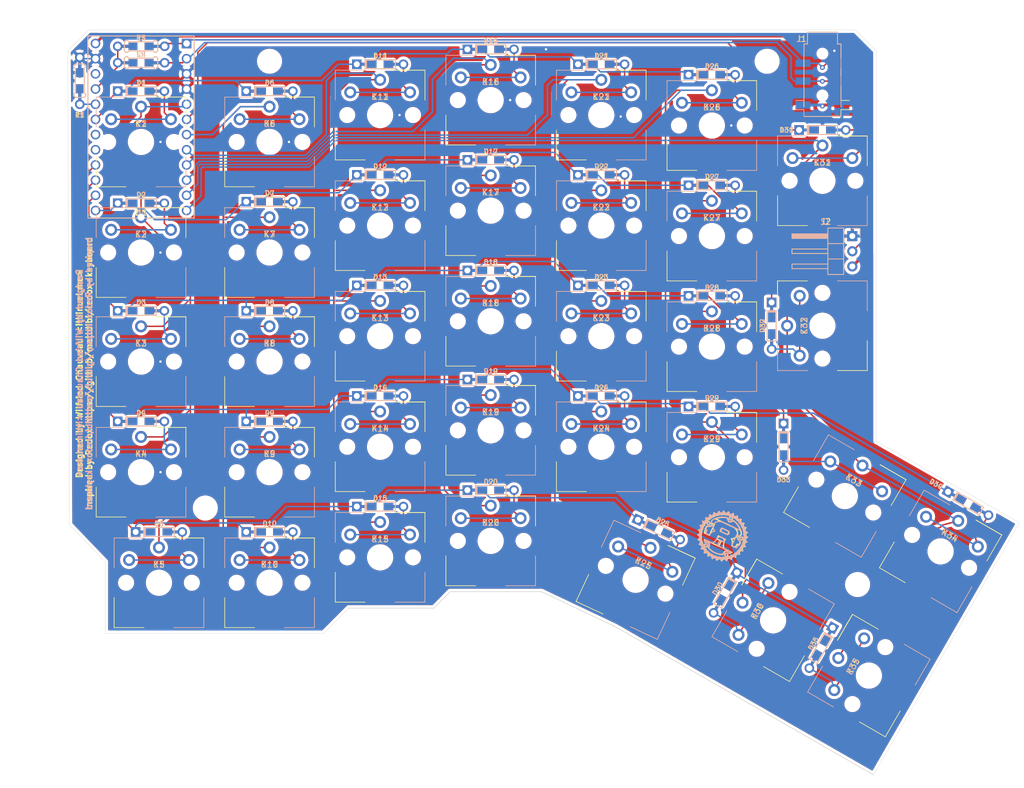
<source format=kicad_pcb>
(kicad_pcb (version 20211014) (generator pcbnew)
  (layers (0 "F.Cu" signal) (31 "B.Cu" signal) (34 "B.Paste" user) (35 "F.Paste" user) (36 "B.SilkS" user "B.Silkscreen") (37 "F.SilkS" user "F.Silkscreen") (38 "B.Mask" user) (39 "F.Mask" user) (44 "Edge.Cuts" user))
  (net 0 "")
  (net 1 "row0")
  (net 2 "row1")
  (net 3 "row2")
  (net 4 "Net-(D3-Pad2)")
  (net 5 "row3")
  (net 6 "Net-(D4-Pad2)")
  (net 7 "row4")
  (net 8 "Net-(D6-Pad2)")
  (net 9 "Net-(D9-Pad2)")
  (net 10 "Net-(D10-Pad2)")
  (net 11 "Net-(D11-Pad2)")
  (net 12 "Net-(D12-Pad2)")
  (net 13 "Net-(D13-Pad2)")
  (net 14 "Net-(D14-Pad2)")
  (net 15 "Net-(D15-Pad2)")
  (net 16 "Net-(D16-Pad2)")
  (net 17 "Net-(D17-Pad2)")
  (net 18 "Net-(D18-Pad2)")
  (net 19 "Net-(D21-Pad2)")
  (net 20 "Net-(D22-Pad2)")
  (net 21 "Net-(D23-Pad2)")
  (net 22 "Net-(D24-Pad2)")
  (net 23 "Net-(D27-Pad2)")
  (net 24 "Net-(D28-Pad2)")
  (net 25 "Net-(D29-Pad2)")
  (net 26 "Net-(D30-Pad2)")
  (net 27 "Net-(D31-Pad2)")
  (net 28 "Net-(D32-Pad2)")
  (net 29 "Net-(D33-Pad2)")
  (net 30 "Net-(D34-Pad2)")
  (net 31 "GND")
  (net 32 "col0")
  (net 33 "col1")
  (net 34 "col2")
  (net 35 "col3")
  (net 36 "col4")
  (net 37 "col5")
  (net 38 "col6")
  (net 39 "SDA")
  (net 40 "SCL")
  (net 41 "RAW")
  (net 42 "right_nleft")
  (net 43 "led_strip")
  (net 44 "Net-(D35-Pad2)")
  (net 45 "Net-(D1-Pad2)")
  (net 46 "Net-(D2-Pad2)")
  (net 47 "Net-(D5-Pad2)")
  (net 48 "Net-(D7-Pad2)")
  (net 49 "Net-(D8-Pad2)")
  (net 50 "Net-(D19-Pad2)")
  (net 51 "Net-(D20-Pad2)")
  (net 52 "Net-(D25-Pad2)")
  (net 53 "Net-(D26-Pad2)")
  (net 54 "VCC")
  (footprint "wilskeeb-parts:Diode-Hybrid-Reversible" (layer "F.Cu") (at 147.739265 125.40961 60)
    (fp_text reference "D30")
    (fp_text value "D" hide)
  )
  (footprint "wilskeeb-parts:Diode-Hybrid-Reversible" (layer "F.Cu") (at 163.760735 134.65961 60)
    (fp_text reference "D35")
    (fp_text value "D" hide)
  )
  (footprint "wilskeeb-parts:PG1350-1u-Reversible" (layer "F.Cu") (at 155.75 130.03461 60)
    (fp_text reference "K30")
    (fp_text value "KEYSW")
  )
  (footprint "wilskeeb-parts:PG1350-1u-Reversible" (layer "F.Cu") (at 171.77147 139.28461 60)
    (fp_text reference "K35")
    (fp_text value "KEYSW")
  )
  (footprint "wilskeeb-parts:Diode-Hybrid-Reversible" (layer "F.Cu") (at 136.659219 114.866653 155)
    (fp_text reference "D25")
    (fp_text value "D" hide)
  )
  (footprint "wilskeeb-parts:PG1350-1u-Reversible" (layer "F.Cu") (at 132.75 123.25 -25)
    (fp_text reference "K25")
    (fp_text value "KEYSW")
  )
  (footprint "wilskeeb-parts:Diode-Hybrid-Reversible" (layer "F.Cu") (at 157.5 101 90)
    (fp_text reference "D33")
    (fp_text value "D" hide)
  )
  (footprint "wilskeeb-parts:PG1350-1u-Reversible" (layer "F.Cu") (at 167.75 109.25 -30)
    (fp_text reference "K33")
    (fp_text value "KEYSW")
  )
  (footprint "wilskeeb-parts:PG1350-1u-Reversible" (layer "F.Cu") (at 183.77147 118.5 -30)
    (fp_text reference "K34")
    (fp_text value "KEYSW")
  )
  (footprint "wilskeeb-parts:Diode-Hybrid-Reversible" (layer "F.Cu") (at 50 41.5 180)
    (fp_text reference "D1")
    (fp_text value "D" hide)
  )
  (footprint "wilskeeb-parts:Diode-Hybrid-Reversible" (layer "F.Cu") (at 50 60.25 180)
    (fp_text reference "D2")
    (fp_text value "D" hide)
  )
  (footprint "wilskeeb-parts:Diode-Hybrid-Reversible" (layer "F.Cu") (at 50 78.25 180)
    (fp_text reference "D3")
    (fp_text value "D" hide)
  )
  (footprint "wilskeeb-parts:Diode-Hybrid-Reversible" (layer "F.Cu") (at 50 96.75 180)
    (fp_text reference "D4")
    (fp_text value "D" hide)
  )
  (footprint "wilskeeb-parts:Diode-Hybrid-Reversible" (layer "F.Cu") (at 53 115.25 180)
    (fp_text reference "D5")
    (fp_text value "D" hide)
  )
  (footprint "wilskeeb-parts:Diode-Hybrid-Reversible" (layer "F.Cu") (at 71.5 41.5 180)
    (fp_text reference "D6")
    (fp_text value "D" hide)
  )
  (footprint "wilskeeb-parts:Diode-Hybrid-Reversible" (layer "F.Cu") (at 71.5 60 180)
    (fp_text reference "D7")
    (fp_text value "D" hide)
  )
  (footprint "wilskeeb-parts:Diode-Hybrid-Reversible" (layer "F.Cu") (at 71.5 78.25 180)
    (fp_text reference "D8")
    (fp_text value "D" hide)
  )
  (footprint "wilskeeb-parts:Diode-Hybrid-Reversible" (layer "F.Cu") (at 71.5 96.75 180)
    (fp_text reference "D9")
    (fp_text value "D" hide)
  )
  (footprint "wilskeeb-parts:Diode-Hybrid-Reversible" (layer "F.Cu") (at 71.5 115.25 180)
    (fp_text reference "D10")
    (fp_text value "D" hide)
  )
  (footprint "wilskeeb-parts:Diode-Hybrid-Reversible" (layer "F.Cu") (at 90 55.5 180)
    (fp_text reference "D12")
    (fp_text value "D" hide)
  )
  (footprint "wilskeeb-parts:Diode-Hybrid-Reversible" (layer "F.Cu") (at 90 92.5 180)
    (fp_text reference "D14")
    (fp_text value "D" hide)
  )
  (footprint "wilskeeb-parts:Diode-Hybrid-Reversible" (layer "F.Cu") (at 90 111 180)
    (fp_text reference "D15")
    (fp_text value "D" hide)
  )
  (footprint "wilskeeb-parts:Diode-Hybrid-Reversible" (layer "F.Cu") (at 108.5 34.5 180)
    (fp_text reference "D16")
    (fp_text value "D" hide)
  )
  (footprint "wilskeeb-parts:Diode-Hybrid-Reversible" (layer "F.Cu") (at 108.5 53 180)
    (fp_text reference "D17")
    (fp_text value "D" hide)
  )
  (footprint "wilskeeb-parts:Diode-Hybrid-Reversible" (layer "F.Cu") (at 108.5 71.5 180)
    (fp_text reference "D18")
    (fp_text value "D" hide)
  )
  (footprint "wilskeeb-parts:Diode-Hybrid-Reversible" (layer "F.Cu") (at 108.5 89.75 180)
    (fp_text reference "D19")
    (fp_text value "D" hide)
  )
  (footprint "wilskeeb-parts:Diode-Hybrid-Reversible" (layer "F.Cu") (at 108.5 108.25 180)
    (fp_text reference "D20")
    (fp_text value "D" hide)
  )
  (footprint "wilskeeb-parts:Diode-Hybrid-Reversible" (layer "F.Cu") (at 127 37 180)
    (fp_text reference "D21")
    (fp_text value "D" hide)
  )
  (footprint "wilskeeb-parts:Diode-Hybrid-Reversible" (layer "F.Cu") (at 127 74 180)
    (fp_text reference "D23")
    (fp_text value "D" hide)
  )
  (footprint "wilskeeb-parts:Diode-Hybrid-Reversible" (layer "F.Cu") (at 127 92.5 180)
    (fp_text reference "D24")
    (fp_text value "D" hide)
  )
  (footprint "wilskeeb-parts:Diode-Hybrid-Reversible" (layer "F.Cu") (at 145.5 38.75 180)
    (fp_text reference "D26")
    (fp_text value "D" hide)
  )
  (footprint "wilskeeb-parts:Diode-Hybrid-Reversible" (layer "F.Cu") (at 145.5 57.25 180)
    (fp_text reference "D27")
    (fp_text value "D" hide)
  )
  (footprint "wilskeeb-parts:Diode-Hybrid-Reversible" (layer "F.Cu") (at 145.5 75.75 180)
    (fp_text reference "D28")
    (fp_text value "D" hide)
  )
  (footprint "wilskeeb-parts:Diode-Hybrid-Reversible" (layer "F.Cu") (at 145.5 94.25 180)
    (fp_text reference "D29")
    (fp_text value "D" hide)
  )
  (footprint "wilskeeb-parts:Diode-Hybrid-Reversible" (layer "F.Cu") (at 164 48 180)
    (fp_text reference "D31")
    (fp_text value "D" hide)
  )
  (footprint "wilskeeb-parts:Diode-Hybrid-Reversible" (layer "F.Cu") (at 155.5 80.75 90)
    (fp_text reference "D32")
    (fp_text value "D" hide)
  )
  (footprint "wilskeeb-parts:PG1350-1u-Reversible" (layer "F.Cu") (at 50 50)
    (fp_text reference "K1")
    (fp_text value "KEYSW")
  )
  (footprint "wilskeeb-parts:PG1350-1u-Reversible" (layer "F.Cu") (at 50 68.5)
    (fp_text reference "K2")
    (fp_text value "KEYSW")
  )
  (footprint "wilskeeb-parts:PG1350-1u-Reversible" (layer "F.Cu") (at 50 86.75)
    (fp_text reference "K3")
    (fp_text value "KEYSW")
  )
  (footprint "wilskeeb-parts:PG1350-1u-Reversible" (layer "F.Cu") (at 50 105.25)
    (fp_text reference "K4")
    (fp_text value "KEYSW")
  )
  (footprint "wilskeeb-parts:PG1350-1u-Reversible" (layer "F.Cu") (at 53 123.75)
    (fp_text reference "K5")
    (fp_text value "KEYSW")
  )
  (footprint "wilskeeb-parts:PG1350-1u-Reversible" (layer "F.Cu") (at 71.5 50)
    (fp_text reference "K6")
    (fp_text value "KEYSW")
  )
  (footprint "wilskeeb-parts:PG1350-1u-Reversible" (layer "F.Cu") (at 71.5 68.5)
    (fp_text reference "K7")
    (fp_text value "KEYSW")
  )
  (footprint "wilskeeb-parts:PG1350-1u-Reversible" (layer "F.Cu") (at 71.5 86.75)
    (fp_text reference "K8")
    (fp_text value "KEYSW")
  )
  (footprint "wilskeeb-parts:PG1350-1u-Reversible" (layer "F.Cu") (at 71.5 105.25)
    (fp_text reference "K9")
    (fp_text value "KEYSW")
  )
  (footprint "wilskeeb-parts:PG1350-1u-Reversible" (layer "F.Cu") (at 71.5 123.75)
    (fp_text reference "K10")
    (fp_text value "KEYSW")
  )
  (footprint "wilskeeb-parts:PG1350-1u-Reversible" (layer "F.Cu") (at 90 45.5)
    (fp_text reference "K11")
    (fp_text value "KEYSW")
  )
  (footprint "wilskeeb-parts:PG1350-1u-Reversible" (layer "F.Cu") (at 90 64)
    (fp_text reference "K12")
    (fp_text value "KEYSW")
  )
  (footprint "wilskeeb-parts:PG1350-1u-Reversible" (layer "F.Cu") (at 90 82.5)
    (fp_text reference "K13")
    (fp_text value "KEYSW")
  )
  (footprint "wilskeeb-parts:PG1350-1u-Reversible" (layer "F.Cu") (at 90 101)
    (fp_text reference "K14")
    (fp_text value "KEYSW")
  )
  (footprint "wilskeeb-parts:PG1350-1u-Reversible" (layer "F.Cu") (at 90 119.5)
    (fp_text reference "K15")
    (fp_text value "KEYSW")
  )
  (footprint "wilskeeb-parts:PG1350-1u-Reversible" (layer "F.Cu") (at 108.5 43)
    (fp_text reference "K16")
    (fp_text value "KEYSW")
  )
  (footprint "wilskeeb-parts:PG1350-1u-Reversible" (layer "F.Cu") (at 108.5 61.5)
    (fp_text reference "K17")
    (fp_text value "KEYSW")
  )
  (footprint "wilskeeb-parts:PG1350-1u-Reversible" (layer "F.Cu") (at 108.5 80)
    (fp_text reference "K18")
    (fp_text value "KEYSW")
  )
  (footprint "wilskeeb-parts:PG1350-1u-Reversible" (layer "F.Cu") (at 108.5 98.25)
    (fp_text reference "K19")
    (fp_text value "KEYSW")
  )
  (footprint "wilskeeb-parts:PG1350-1u-Reversible" (layer "F.Cu") (at 108.5 116.75)
    (fp_text reference "K20")
    (fp_text value "KEYSW")
  )
  (footprint "wilskeeb-parts:PG1350-1u-Reversible" (layer "F.Cu") (at 127 45.5)
    (fp_text reference "K21")
    (fp_text value "KEYSW")
  )
  (footprint "wilskeeb-parts:PG1350-1u-Reversible" (layer "F.Cu") (at 127 64)
    (fp_text reference "K22")
    (fp_text value "KEYSW")
  )
  (footprint "wilskeeb-parts:PG1350-1u-Reversible" (layer "F.Cu") (at 127 82.5)
    (fp_text reference "K23")
    (fp_text value "KEYSW")
  )
  (footprint "wilskeeb-parts:PG1350-1u-Reversible" (layer "F.Cu") (at 127 101)
    (fp_text reference "K24")
    (fp_text value "KEYSW")
  )
  (footprint "wilskeeb-parts:PG1350-1u-Reversible" (layer "F.Cu") (at 145.5 47.25)
    (fp_text reference "K26")
    (fp_text value "KEYSW")
  )
  (footprint "wilskeeb-parts:PG1350-1u-Reversible" (layer "F.Cu") (at 145.5 65.75)
    (fp_text reference "K27")
    (fp_text value "KEYSW")
  )
  (footprint "wilskeeb-parts:PG1350-1u-Reversible" (layer "F.Cu") (at 145.5 84.25)
    (fp_text reference "K28")
    (fp_text value "KEYSW")
  )
  (footprint "wilskeeb-parts:PG1350-1u-Reversible" (layer "F.Cu") (at 145.5 102.75)
    (fp_text reference "K29")
    (fp_text value "KEYSW")
  )
  (footprint "wilskeeb-parts:PG1350-1u-Reversible" (layer "F.Cu") (at 164 56.5)
    (fp_text reference "K31")
    (fp_text value "KEYSW")
  )
  (footprint "wilskeeb-parts:PG1350-1u-Reversible" (layer "F.Cu") (at 164 80.75 90)
    (fp_text reference "K32")
    (fp_text value "KEYSW")
  )
  (footprint "wilskeeb-parts:Diode-Hybrid-Reversible" (layer "F.Cu") (at 90 74 180)
    (fp_text reference "D13")
    (fp_text value "D" hide)
  )
  (footprint "wilskeeb-parts:Diode-Hybrid-Reversible" (layer "F.Cu") (at 127 55.5 180)
    (fp_text reference "D22")
    (fp_text value "D" hide)
  )
  (footprint "wilskeeb-parts:Jack_3.5mm_TRRS_PJ320D_Reversible" (layer "F.Cu") (at 164 40 -90)
    (fp_text reference "J1")
    (fp_text value "AudioJack4")
  )
  (footprint "wilskeeb-parts:Diode-Hybrid-Reversible" (layer "F.Cu") (at 90 37 180)
    (fp_text reference "D11")
    (fp_text value "D" hide)
  )
  (footprint "wilskeeb-parts:Diode-Hybrid-Reversible" (layer "F.Cu") (at 188.39647 110.489265 150)
    (fp_text reference "D34")
    (fp_text value "D" hide)
  )
  (footprint "MountingHole:MountingHole_3.2mm_M3_ISO14580" (layer "F.Cu") (at 154.75 36.5)
    (fp_text reference "H3" hide)
    (fp_text value "MountingHole")
  )
  (footprint "MountingHole:MountingHole_3.2mm_M3_ISO14580" (layer "F.Cu") (at 71.5 36.5)
    (fp_text reference "H1" hide)
    (fp_text value "MountingHole")
  )
  (footprint "MountingHole:MountingHole_3.2mm_M3_ISO14580" (layer "F.Cu") (at 169.885735 124.050798 -30)
    (fp_text reference "H4" hide)
    (fp_text value "MountingHole")
  )
  (footprint "MountingHole:MountingHole_3.2mm_M3_ISO14580" (layer "F.Cu") (at 60.75 111.25)
    (fp_text reference "H2" hide)
    (fp_text value "MountingHole")
  )
  (footprint "wilskeeb-parts:Resistor-Hybrid-Reversible" (layer "F.Cu") (at 50 36.75 180)
    (fp_text reference "R2")
    (fp_text value "2k" hide)
  )
  (footprint "wilskeeb-parts:Resistor-Hybrid-Reversible" (layer "F.Cu") (at 39.75 39.75 90)
    (fp_text reference "R1")
    (fp_text value "0" hide)
  )
  (footprint "wilskeeb-parts:Resistor-Hybrid-Reversible" (layer "F.Cu") (at 50 34 180)
    (fp_text reference "R3")
    (fp_text value "2k" hide)
  )
  (footprint "wilskeeb-parts:ProMicro-Reversible" (layer "B.Cu") (at 50 47.5 -90)
    (fp_text reference "U1")
    (fp_text value "Pro Micro RP2040")
  )
  (footprint "wilskeeb-parts:PinHeader_1x03_P2.54mm_Horizontal" (layer "B.Cu") (at 169 65.75 180)
    (fp_text reference "J2")
    (fp_text value "Conn_01x03")
  )
  (gr_line (start 150.787604 113.767543) (end 150.120473 113.761742) (layer "B.SilkS") (width 0.2))
  (gr_line (start 146.068304 119.287954) (end 146.274922 119.921248) (layer "B.SilkS") (width 0.2))
  (gr_curve (pts (xy 144.702736 117.402061) (xy 144.678424 117.338116) (xy 144.62926 117.286738) (xy 144.566449 117.259633)) (layer "B.SilkS") (width 0.2))
  (gr_line (start 149.398972 119.441245) (end 149.404775 118.774114) (layer "B.SilkS") (width 0.2))
  (gr_line (start 145.040395 117.323502) (end 144.905078 117.914076) (layer "B.SilkS") (width 0.2))
  (gr_line (start 150.046835 118.954989) (end 149.922998 118.300137) (layer "B.SilkS") (width 0.2))
  (gr_curve (pts (xy 148.096648 119.172469) (xy 148.125586 119.11048) (xy 148.128195 119.039417) (xy 148.103884 118.975471)) (layer "B.SilkS") (width 0.2))
  (gr_line (start 144.211527 118.700475) (end 144.866379 118.57664) (layer "B.SilkS") (width 0.2))
  (gr_curve (pts (xy 147.889333 119.317633) (xy 147.979408 119.309752) (xy 148.058436 119.254415) (xy 148.096648 119.172469)) (layer "B.SilkS") (width 0.2))
  (gr_curve (pts (xy 146.415058 116.308786) (xy 146.333329 116.408951) (xy 146.09652 116.749273) (xy 145.997635 116.847724)) (layer "B.SilkS") (width 0.2))
  (gr_curve (pts (xy 150.638894 116.426023) (xy 150.667832 116.364034) (xy 150.670442 116.292971) (xy 150.646129 116.229026)) (layer "B.SilkS") (width 0.2))
  (gr_line (start 150.999408 117.655454) (end 150.634313 117.098211) (layer "B.SilkS") (width 0.2))
  (gr_line (start 146.421997 117.495449) (end 146.802367 116.679742) (layer "B.SilkS") (width 0.2))
  (gr_line (start 150.120473 113.761742) (end 150.301347 113.119681) (layer "B.SilkS") (width 0.2))
  (gr_line (start 150.055639 115.932263) (end 149.655898 115.74586) (layer "B.SilkS") (width 0.2))
  (gr_line (start 144.46604 112.865168) (end 144.589877 113.520019) (layer "B.SilkS") (width 0.2))
  (gr_curve (pts (xy 144.602189 115.116843) (xy 144.456369 115.429556) (xy 144.600654 115.580341) (xy 144.747626 115.669528)) (layer "B.SilkS") (width 0.2))
  (gr_line (start 148.378401 115.173499) (end 147.426248 114.729502) (layer "B.SilkS") (width 0.2))
  (gr_line (start 151.382607 116.090416) (end 150.831341 115.714834) (layer "B.SilkS") (width 0.2))
  (gr_curve (pts (xy 145.970612 115.112948) (xy 145.770578 114.800583) (xy 145.59972 114.396767) (xy 145.765487 114.041277)) (layer "B.SilkS") (width 0.2))
  (gr_curve (pts (xy 144.589964 114.295848) (xy 144.49791 114.451074) (xy 144.419524 114.614008) (xy 144.35569 114.782811)) (layer "B.SilkS") (width 0.2))
  (gr_line (start 148.815365 117.548387) (end 149.622224 117.924631) (layer "B.SilkS") (width 0.2))
  (gr_line (start 149.646496 113.243517) (end 149.698265 112.579864) (layer "B.SilkS") (width 0.2))
  (gr_curve (pts (xy 147.426248 114.729502) (xy 147.376831 114.706459) (xy 147.052388 114.624309) (xy 146.948183 114.847779)) (layer "B.SilkS") (width 0.2))
  (gr_line (start 147.88495 119.992303) (end 148.145227 119.37829) (layer "B.SilkS") (width 0.2))
  (gr_curve (pts (xy 147.967595 118.833043) (xy 147.841841 118.778776) (xy 147.695734 118.834397) (xy 147.637903 118.958553)) (layer "B.SilkS") (width 0.2))
  (gr_curve (pts (xy 143.770131 114.284387) (xy 144.666034 112.363118) (xy 146.960866 111.527867) (xy 148.882136 112.42377)) (layer "B.SilkS") (width 0.2))
  (gr_line (start 148.145227 119.37829) (end 148.66912 119.791393) (layer "B.SilkS") (width 0.2))
  (gr_line (start 144.664094 114.984087) (end 144.602189 115.116843) (layer "B.SilkS") (width 0.2))
  (gr_line (start 146.367648 112.441866) (end 145.843754 112.028764) (layer "B.SilkS") (width 0.2))
  (gr_line (start 149.001814 112.167109) (end 148.444571 112.532202) (layer "B.SilkS") (width 0.2))
  (gr_line (start 150.337857 117.733965) (end 150.999408 117.655454) (layer "B.SilkS") (width 0.2))
  (gr_curve (pts (xy 147.045065 116.128472) (xy 146.978689 116.097519) (xy 146.679896 115.981534) (xy 146.415058 116.308786)) (layer "B.SilkS") (width 0.2))
  (gr_line (start 147.762842 112.365154) (end 147.436775 111.78391) (layer "B.SilkS") (width 0.2))
  (gr_curve (pts (xy 150.509842 116.086597) (xy 150.384088 116.032331) (xy 150.23798 116.087951) (xy 150.180149 116.212107)) (layer "B.SilkS") (width 0.2))
  (gr_line (start 150.484545 114.361607) (end 150.787604 113.767543) (layer "B.SilkS") (width 0.2))
  (gr_line (start 147.436775 111.78391) (end 147.061192 112.335175) (layer "B.SilkS") (width 0.2))
  (gr_line (start 145.113902 112.378913) (end 145.1081 113.046042) (layer "B.SilkS") (width 0.2))
  (gr_curve (pts (xy 150.248849 114.982587) (xy 150.050487 114.326962) (xy 149.641512 113.755021) (xy 149.085244 113.355323)) (layer "B.SilkS") (width 0.2))
  (gr_line (start 143.878561 114.721945) (end 143.245268 114.928563) (layer "B.SilkS") (width 0.2))
  (gr_line (start 148.237954 111.898909) (end 147.762842 112.365154) (layer "B.SilkS") (width 0.2))
  (gr_line (start 149.922998 118.300137) (end 150.586652 118.351906) (layer "B.SilkS") (width 0.2))
  (gr_curve (pts (xy 148.664594 113.22053) (xy 148.754668 113.212649) (xy 148.833696 113.157314) (xy 148.871909 113.075367)) (layer "B.SilkS") (width 0.2))
  (gr_line (start 148.444571 112.532202) (end 148.237954 111.898909) (layer "B.SilkS") (width 0.2))
  (gr_curve (pts (xy 148.378684 118.794867) (xy 148.509018 118.745126) (xy 148.635862 118.686684) (xy 148.75836 118.619935)) (layer "B.SilkS") (width 0.2))
  (gr_line (start 147.967595 118.833043) (end 147.967595 118.833043) (layer "B.SilkS") (width 0.2))
  (gr_line (start 145.432552 118.991498) (end 145.511062 119.653048) (layer "B.SilkS") (width 0.2))
  (gr_curve (pts (xy 147.637903 118.958553) (xy 147.599691 119.040499) (xy 147.608099 119.136608) (xy 147.659961 119.210675)) (layer "B.SilkS") (width 0.2))
  (gr_curve (pts (xy 144.566449 117.259633) (xy 144.440695 117.205365) (xy 144.294588 117.260986) (xy 144.236757 117.385141)) (layer "B.SilkS") (width 0.2))
  (gr_line (start 147.254471 113.586286) (end 150.248849 114.982587) (layer "B.SilkS") (width 0.2))
  (gr_line (start 144.589877 113.520019) (end 143.926222 113.468251) (layer "B.SilkS") (width 0.2))
  (gr_line (start 147.061192 112.335175) (end 146.627925 111.827852) (layer "B.SilkS") (width 0.2))
  (gr_curve (pts (xy 144.905078 117.914076) (xy 145.49561 118.602339) (xy 146.356819 118.999009) (xy 147.263701 119.000448)) (layer "B.SilkS") (width 0.2))
  (gr_line (start 147.534136 116.985949) (end 147.774484 116.468604) (layer "B.SilkS") (width 0.2))
  (gr_curve (pts (xy 150.646129 116.229026) (xy 150.621817 116.165081) (xy 150.572654 116.113703) (xy 150.509842 116.086597)) (layer "B.SilkS") (width 0.2))
  (gr_line (start 149.655898 115.74586) (end 148.815365 117.548387) (layer "B.SilkS") (width 0.2))
  (gr_curve (pts (xy 148.882136 112.42377) (xy 150.804143 113.320016) (xy 151.638655 115.614504) (xy 150.742753 117.535774)) (layer "B.SilkS") (width 0.2))
  (gr_curve (pts (xy 146.014265 112.497227) (xy 145.10912 112.826674) (xy 144.371919 113.502193) (xy 143.964839 114.375181)) (layer "B.SilkS") (width 0.2))
  (gr_line (start 143.788225 116.798867) (end 143.375123 117.322761) (layer "B.SilkS") (width 0.2))
  (gr_curve (pts (xy 145.765487 114.041277) (xy 145.944668 113.657022) (xy 146.320772 113.53789) (xy 146.555362 113.502721)) (layer "B.SilkS") (width 0.2))
  (gr_line (start 143.964839 114.375181) (end 143.964839 114.375181) (layer "B.SilkS") (width 0.2))
  (gr_line (start 150.801361 116.416482) (end 151.382607 116.090416) (layer "B.SilkS") (width 0.2))
  (gr_curve (pts (xy 146.802367 116.679742) (xy 146.813373 116.656141) (xy 146.833481 116.659229) (xy 146.859298 116.671267)) (layer "B.SilkS") (width 0.2))
  (gr_curve (pts (xy 150.302702 116.548142) (xy 150.429265 116.607159) (xy 150.579714 116.552511) (xy 150.638894 116.426023)) (layer "B.SilkS") (width 0.2))
  (gr_line (start 144.392401 118.058415) (end 144.211527 118.700475) (layer "B.SilkS") (width 0.2))
  (gr_line (start 143.711514 115.403675) (end 143.130268 115.72974) (layer "B.SilkS") (width 0.2))
  (gr_curve (pts (xy 148.742858 112.735941) (xy 148.617398 112.681347) (xy 148.471133 112.737028) (xy 148.413164 112.861451)) (layer "B.SilkS") (width 0.2))
  (gr_line (start 150.21614 116.889744) (end 149.824481 116.439536) (layer "B.SilkS") (width 0.2))
  (gr_curve (pts (xy 149.824481 116.439536) (xy 149.741024 116.343155) (xy 149.75052 116.197631) (xy 149.846902 116.114174)) (layer "B.SilkS") (width 0.2))
  (gr_line (start 147.263701 119.000448) (end 147.629127 118.517176) (layer "B.SilkS") (width 0.2))
  (gr_curve (pts (xy 148.041648 112.868689) (xy 147.155479 112.641304) (xy 146.21415 112.815071) (xy 145.467569 113.343861)) (layer "B.SilkS") (width 0.2))
  (gr_line (start 149.404775 118.774114) (end 150.046835 118.954989) (layer "B.SilkS") (width 0.2))
  (gr_line (start 151.267607 116.891594) (end 150.801361 116.416482) (layer "B.SilkS") (width 0.2))
  (gr_line (start 149.080323 112.828658) (end 149.001814 112.167109) (layer "B.SilkS") (width 0.2))
  (gr_curve (pts (xy 146.452099 117.544508) (xy 146.426283 117.532469) (xy 146.410643 117.519797) (xy 146.421997 117.495449)) (layer "B.SilkS") (width 0.2))
  (gr_curve (pts (xy 143.964839 114.375181) (xy 143.557758 115.248168) (xy 143.514144 116.247112) (xy 143.843589 117.152257)) (layer "B.SilkS") (width 0.2))
  (gr_line (start 148.261203 113.429923) (end 148.041648 112.868689) (layer "B.SilkS") (width 0.2))
  (gr_line (start 149.085244 113.355323) (end 148.559321 113.560828) (layer "B.SilkS") (width 0.2))
  (gr_line (start 150.509842 116.086597) (end 150.509842 116.086597) (layer "B.SilkS") (width 0.2))
  (gr_curve (pts (xy 148.435222 113.113572) (xy 148.487084 113.187638) (xy 148.57452 113.22841) (xy 148.664594 113.22053)) (layer "B.SilkS") (width 0.2))
  (gr_line (start 147.076099 120.036247) (end 147.451683 119.484981) (layer "B.SilkS") (width 0.2))
  (gr_curve (pts (xy 144.236757 117.385141) (xy 144.177903 117.511781) (xy 144.232745 117.662159) (xy 144.359308 117.721176)) (layer "B.SilkS") (width 0.2))
  (gr_line (start 146.859298 116.671267) (end 147.534136 116.985949) (layer "B.SilkS") (width 0.2))
  (gr_line (start 147.774484 116.468604) (end 147.045065 116.128472) (layer "B.SilkS") (width 0.2))
  (gr_curve (pts (xy 145.453479 114.080754) (xy 145.450766 114.20789) (xy 145.345026 114.30943) (xy 145.218306 114.307805)) (layer "B.SilkS") (width 0.2))
  (gr_line (start 144.333769 116.924858) (end 144.86682 117.046819) (layer "B.SilkS") (width 0.2))
  (gr_line (start 143.245268 114.928563) (end 143.711514 115.403675) (layer "B.SilkS") (width 0.2))
  (gr_curve (pts (xy 148.103884 118.975471) (xy 148.079571 118.911527) (xy 148.030408 118.860149) (xy 147.967595 118.833043)) (layer "B.SilkS") (width 0.2))
  (gr_line (start 145.707965 112.681971) (end 145.113902 112.378913) (layer "B.SilkS") (width 0.2))
  (gr_curve (pts (xy 148.871909 113.075367) (xy 148.900846 113.013378) (xy 148.903457 112.942316) (xy 148.879144 112.87837)) (layer "B.SilkS") (width 0.2))
  (gr_line (start 144.81461 119.240293) (end 145.432552 118.991498) (layer "B.SilkS") (width 0.2))
  (gr_line (start 143.513467 114.164702) (end 143.878561 114.721945) (layer "B.SilkS") (width 0.2))
  (gr_curve (pts (xy 147.659961 119.210675) (xy 147.711823 119.284741) (xy 147.799258 119.325513) (xy 147.889333 119.317633)) (layer "B.SilkS") (width 0.2))
  (gr_line (start 145.218306 114.307805) (end 144.589964 114.295848) (layer "B.SilkS") (width 0.2))
  (gr_line (start 148.742858 112.735941) (end 148.742858 112.735941) (layer "B.SilkS") (width 0.2))
  (gr_curve (pts (xy 146.555362 113.502721) (xy 146.88498 113.454395) (xy 147.179243 113.551207) (xy 147.254471 113.586286)) (layer "B.SilkS") (width 0.2))
  (gr_line (start 151.338663 115.281566) (end 150.72465 115.02129) (layer "B.SilkS") (width 0.2))
  (gr_line (start 149.846902 116.114174) (end 150.055639 115.932263) (layer "B.SilkS") (width 0.2))
  (gr_curve (pts (xy 143.843589 117.152257) (xy 144.173035 118.057402) (xy 144.848556 118.794603) (xy 145.721543 119.201683)) (layer "B.SilkS") (width 0.2))
  (gr_line (start 150.831341 115.714834) (end 151.338663 115.281566) (layer "B.SilkS") (width 0.2))
  (gr_line (start 145.467569 113.343861) (end 145.453479 114.080754) (layer "B.SilkS") (width 0.2))
  (gr_curve (pts (xy 148.791342 112.618478) (xy 147.918355 112.211396) (xy 146.91941 112.167782) (xy 146.014265 112.497227)) (layer "B.SilkS") (width 0.2))
  (gr_line (start 151.137752 114.497395) (end 150.484545 114.361607) (layer "B.SilkS") (width 0.2))
  (gr_curve (pts (xy 144.645538 114.91797) (xy 144.674304 114.931384) (xy 144.677163 114.956062) (xy 144.664094 114.984087)) (layer "B.SilkS") (width 0.2))
  (gr_line (start 144.866379 118.57664) (end 144.81461 119.240293) (layer "B.SilkS") (width 0.2))
  (gr_line (start 144.566449 117.259633) (end 144.566449 117.259633) (layer "B.SilkS") (width 0.2))
  (gr_curve (pts (xy 149.622224 117.924631) (xy 149.885046 117.621173) (xy 150.086719 117.269762) (xy 150.21614 116.889744)) (layer "B.SilkS") (width 0.2))
  (gr_line (start 146.750033 119.455002) (end 147.076099 120.036247) (layer "B.SilkS") (width 0.2))
  (gr_line (start 147.951912 118.471948) (end 148.378684 118.794867) (layer "B.SilkS") (width 0.2))
  (gr_curve (pts (xy 150.742753 117.535774) (xy 149.84685 119.457042) (xy 147.552018 120.292294) (xy 145.630749 119.396392)) (layer "B.SilkS") (width 0.2))
  (gr_curve (pts (xy 144.359308 117.721176) (xy 144.485872 117.780194) (xy 144.63632 117.725545) (xy 144.695501 117.599057)) (layer "B.SilkS") (width 0.2))
  (gr_curve (pts (xy 145.721543 119.201683) (xy 147.539445 120.049385) (xy 149.700343 119.262882) (xy 150.548044 117.444979)) (layer "B.SilkS") (width 0.2))
  (gr_line (start 148.804909 119.138186) (end 149.398972 119.441245) (layer "B.SilkS") (width 0.2))
  (gr_line (start 148.131172 115.705601) (end 148.378401 115.173499) (layer "B.SilkS") (width 0.2))
  (gr_line (start 145.1081 113.046042) (end 144.46604 112.865168) (layer "B.SilkS") (width 0.2))
  (gr_line (start 143.681534 116.105324) (end 143.174212 116.538591) (layer "B.SilkS") (width 0.2))
  (gr_curve (pts (xy 144.86682 117.046819) (xy 144.991013 117.075098) (xy 145.068674 117.199311) (xy 145.040395 117.323502)) (layer "B.SilkS") (width 0.2))
  (gr_line (start 146.627925 111.827852) (end 146.367648 112.441866) (layer "B.SilkS") (width 0.2))
  (gr_line (start 144.175017 114.086192) (end 143.513467 114.164702) (layer "B.SilkS") (width 0.2))
  (gr_line (start 150.586652 118.351906) (end 150.337857 117.733965) (layer "B.SilkS") (width 0.2))
  (gr_curve (pts (xy 148.559321 113.560828) (xy 148.440804 113.607027) (xy 148.307068 113.549153) (xy 148.261203 113.429923)) (layer "B.SilkS") (width 0.2))
  (gr_line (start 143.375123 117.322761) (end 144.02833 117.45855) (layer "B.SilkS") (width 0.2))
  (gr_line (start 145.036232 113.546781) (end 145.036232 113.546781) (layer "B.SilkS") (width 0.2))
  (gr_line (start 145.843754 112.028764) (end 145.707965 112.681971) (layer "B.SilkS") (width 0.2))
  (gr_line (start 148.66912 119.791393) (end 148.804909 119.138186) (layer "B.SilkS") (width 0.2))
  (gr_line (start 147.451683 119.484981) (end 147.88495 119.992303) (layer "B.SilkS") (width 0.2))
  (gr_line (start 143.174212 116.538591) (end 143.788225 116.798867) (layer "B.SilkS") (width 0.2))
  (gr_curve (pts (xy 148.413164 112.861451) (xy 148.374951 112.943398) (xy 148.38336 113.039506) (xy 148.435222 113.113572)) (layer "B.SilkS") (width 0.2))
  (gr_curve (pts (xy 144.21369 116.500724) (xy 144.243647 116.644761) (xy 144.283775 116.786495) (xy 144.333769 116.924858)) (layer "B.SilkS") (width 0.2))
  (gr_curve (pts (xy 144.706539 113.672291) (xy 144.668327 113.754237) (xy 144.676735 113.850346) (xy 144.728596 113.924412)) (layer "B.SilkS") (width 0.2))
  (gr_curve (pts (xy 150.180149 116.212107) (xy 150.121296 116.338747) (xy 150.176138 116.489124) (xy 150.302702 116.548142)) (layer "B.SilkS") (width 0.2))
  (gr_curve (pts (xy 145.036232 113.546781) (xy 144.910478 113.492514) (xy 144.76437 113.548135) (xy 144.706539 113.672291)) (layer "B.SilkS") (width 0.2))
  (gr_line (start 144.35569 114.782811) (end 144.645538 114.91797) (layer "B.SilkS") (width 0.2))
  (gr_curve (pts (xy 150.548044 117.444979) (xy 151.395746 115.627078) (xy 150.609244 113.466179) (xy 148.791342 112.618478)) (layer "B.SilkS") (width 0.2))
  (gr_line (start 143.725272 118.052614) (end 144.392401 118.058415) (layer "B.SilkS") (width 0.2))
  (gr_line (start 147.247612 115.293591) (end 148.131172 115.705601) (layer "B.SilkS") (width 0.2))
  (gr_line (start 148.882136 112.42377) (end 148.882136 112.42377) (layer "B.SilkS") (width 0.2))
  (gr_line (start 146.274922 119.921248) (end 146.750033 119.455002) (layer "B.SilkS") (width 0.2))
  (gr_curve (pts (xy 146.948183 114.847779) (xy 146.861859 115.0329) (xy 147.059543 115.205892) (xy 147.247612 115.293591)) (layer "B.SilkS") (width 0.2))
  (gr_curve (pts (xy 147.629127 118.517176) (xy 147.706087 118.415683) (xy 147.850419 118.394991) (xy 147.951912 118.471948)) (layer "B.SilkS") (width 0.2))
  (gr_line (start 150.634313 117.098211) (end 151.267607 116.891594) (layer "B.SilkS") (width 0.2))
  (gr_curve (pts (xy 144.695501 117.599057) (xy 144.724438 117.537068) (xy 144.727048 117.466005) (xy 144.702736 117.402061)) (layer "B.SilkS") (width 0.2))
  (gr_curve (pts (xy 144.95797 114.03137) (xy 145.048044 114.02349) (xy 145.127071 113.968154) (xy 145.165284 113.886207)) (layer "B.SilkS") (width 0.2))
  (gr_curve (pts (xy 145.165284 113.886207) (xy 145.194221 113.824218) (xy 145.196831 113.753153) (xy 145.17252 113.689209)) (layer "B.SilkS") (width 0.2))
  (gr_line (start 144.02833 117.45855) (end 143.725272 118.052614) (layer "B.SilkS") (width 0.2))
  (gr_line (start 149.698265 112.579864) (end 149.080323 112.828658) (layer "B.SilkS") (width 0.2))
  (gr_line (start 150.72465 115.02129) (end 151.137752 114.497395) (layer "B.SilkS") (width 0.2))
  (gr_line (start 145.511062 119.653048) (end 146.068304 119.287954) (layer "B.SilkS") (width 0.2))
  (gr_line (start 150.301347 113.119681) (end 149.646496 113.243517) (layer "B.SilkS") (width 0.2))
  (gr_line (start 143.130268 115.72974) (end 143.681534 116.105324) (layer "B.SilkS") (width 0.2))
  (gr_curve (pts (xy 144.747626 115.669528) (xy 144.887221 115.755278) (xy 145.087014 115.752366) (xy 145.149624 115.672015)) (layer "B.SilkS") (width 0.2))
  (gr_curve (pts (xy 145.149624 115.672015) (xy 145.464669 115.223614) (xy 145.657718 115.187029) (xy 145.970612 115.112948)) (layer "B.SilkS") (width 0.2))
  (gr_curve (pts (xy 145.17252 113.689209) (xy 145.148207 113.625266) (xy 145.099043 113.573886) (xy 145.036232 113.546781)) (layer "B.SilkS") (width 0.2))
  (gr_curve (pts (xy 144.728596 113.924412) (xy 144.780459 113.998479) (xy 144.867895 114.039251) (xy 144.95797 114.03137)) (layer "B.SilkS") (width 0.2))
  (gr_line (start 148.75836 118.619935) (end 146.452099 117.544508) (layer "B.SilkS") (width 0.2))
  (gr_line (start 145.404065 117.055805) (end 144.21369 116.500724) (layer "B.SilkS") (width 0.2))
  (gr_curve (pts (xy 145.997635 116.847724) (xy 145.892213 116.960188) (xy 145.592136 117.143504) (xy 145.404065 117.055805)) (layer "B.SilkS") (width 0.2))
  (gr_curve (pts (xy 148.879144 112.87837) (xy 148.854832 112.814425) (xy 148.805669 112.763047) (xy 148.742858 112.735941)) (layer "B.SilkS") (width 0.2))
  (gr_line (start 143.926222 113.468251) (end 144.175017 114.086192) (layer "B.SilkS") (width 0.2))
  (gr_curve (pts (xy 145.630749 119.396392) (xy 143.709478 118.500489) (xy 142.874229 116.205656) (xy 143.770131 114.284387)) (layer "B.SilkS") (width 0.2))
  (gr_line (start 148.439019 118.839168) (end 148.002953 118.509222) (layer "F.SilkS") (width 0.2))
  (gr_curve (pts (xy 145.802826 119.239586) (xy 143.984924 118.391885) (xy 143.198422 116.230986) (xy 144.046124 114.413085)) (layer "F.SilkS") (width 0.2))
  (gr_line (start 149.486067 118.812022) (end 149.480266 119.479152) (layer "F.SilkS") (width 0.2))
  (gr_line (start 145.925048 112.066671) (end 146.448941 112.479774) (layer "F.SilkS") (width 0.2))
  (gr_line (start 150.565838 114.399514) (end 151.219045 114.535303) (layer "F.SilkS") (width 0.2))
  (gr_line (start 146.659634 117.606261) (end 147.040006 116.790554) (layer "F.SilkS") (width 0.2))
  (gr_curve (pts (xy 148.132952 115.059044) (xy 148.182369 115.082087) (xy 148.453847 115.277819) (xy 148.349641 115.50129)) (layer "F.SilkS") (width 0.2))
  (gr_line (start 144.641486 117.282054) (end 144.641486 117.282054) (layer "F.SilkS") (width 0.2))
  (gr_curve (pts (xy 149.134636 117.715224) (xy 148.979217 117.663407) (xy 148.853023 117.508484) (xy 148.87433 117.408874)) (layer "F.SilkS") (width 0.2))
  (gr_curve (pts (xy 144.549947 117.760452) (xy 144.459873 117.768332) (xy 144.372437 117.72756) (xy 144.320575 117.653494)) (layer "F.SilkS") (width 0.2))
  (gr_line (start 147.815661 115.558476) (end 146.932101 115.146465) (layer "F.SilkS") (width 0.2))
  (gr_line (start 149.779558 112.617772) (end 149.727789 113.281424) (layer "F.SilkS") (width 0.2))
  (gr_line (start 144.473695 118.096322) (end 143.806564 118.090521) (layer "F.SilkS") (width 0.2))
  (gr_line (start 145.080654 115.806863) (end 144.273795 115.430618) (layer "F.SilkS") (width 0.2))
  (gr_line (start 145.521445 113.817932) (end 145.921186 114.004336) (layer "F.SilkS") (width 0.2))
  (gr_line (start 147.009902 116.741495) (end 146.335065 116.426814) (layer "F.SilkS") (width 0.2))
  (gr_curve (pts (xy 143.851415 114.32229) (xy 142.955513 116.24356) (xy 143.790763 118.538392) (xy 145.712032 119.434295)) (layer "F.SilkS") (width 0.2))
  (gr_line (start 147.180799 114.615048) (end 148.132952 115.059044) (layer "F.SilkS") (width 0.2))
  (gr_curve (pts (xy 145.111261 113.569197) (xy 145.233666 113.630649) (xy 145.284973 113.778325) (xy 145.227037 113.902432)) (layer "F.SilkS") (width 0.2))
  (gr_line (start 150.453429 115.668806) (end 149.897993 116.153266) (layer "F.SilkS") (width 0.2))
  (gr_line (start 143.869518 116.836774) (end 143.255506 116.576499) (layer "F.SilkS") (width 0.2))
  (gr_line (start 146.831326 119.49291) (end 146.356214 119.959156) (layer "F.SilkS") (width 0.2))
  (gr_curve (pts (xy 144.444775 117.269201) (xy 144.509387 117.246723) (xy 144.580347 117.25136) (xy 144.641486 117.282054)) (layer "F.SilkS") (width 0.2))
  (gr_line (start 148.525864 112.57011) (end 149.083106 112.205016) (layer "F.SilkS") (width 0.2))
  (gr_curve (pts (xy 148.492898 113.140467) (xy 148.441036 113.066401) (xy 148.432628 112.970293) (xy 148.47084 112.888346)) (layer "F.SilkS") (width 0.2))
  (gr_line (start 144.109623 117.496457) (end 143.456416 117.360669) (layer "F.SilkS") (width 0.2))
  (gr_curve (pts (xy 150.254331 116.501104) (xy 150.20247 116.427039) (xy 150.194061 116.33093) (xy 150.232273 116.248983)) (layer "F.SilkS") (width 0.2))
  (gr_curve (pts (xy 146.124746 113.059486) (xy 146.754487 112.790012) (xy 147.455504 112.735669) (xy 148.119252 112.904874)) (layer "F.SilkS") (width 0.2))
  (gr_curve (pts (xy 147.040006 116.790554) (xy 147.05101 116.766954) (xy 147.035718 116.753533) (xy 147.009902 116.741495)) (layer "F.SilkS") (width 0.2))
  (gr_line (start 150.419151 117.771872) (end 150.667946 118.389813) (layer "F.SilkS") (width 0.2))
  (gr_line (start 148.963419 112.461673) (end 148.963419 112.461673) (layer "F.SilkS") (width 0.2))
  (gr_curve (pts (xy 148.148779 119.209348) (xy 148.089599 119.335835) (xy 147.939151 119.390484) (xy 147.812588 119.331467)) (layer "F.SilkS") (width 0.2))
  (gr_curve (pts (xy 148.963419 112.461673) (xy 147.041411 111.565426) (xy 144.747318 112.401022) (xy 143.851415 114.32229)) (layer "F.SilkS") (width 0.2))
  (gr_curve (pts (xy 149.72768 115.888878) (xy 149.90686 115.504624) (xy 149.756366 115.139934) (xy 149.632517 114.937621)) (layer "F.SilkS") (width 0.2))
  (gr_line (start 147.157393 120.074154) (end 146.831326 119.49291) (layer "F.SilkS") (width 0.2))
  (gr_line (start 144.547333 112.903075) (end 145.189393 113.083951) (layer "F.SilkS") (width 0.2))
  (gr_line (start 150.065832 117.445495) (end 149.775983 117.310336) (layer "F.SilkS") (width 0.2))
  (gr_line (start 144.928183 117.06196) (end 144.406488 116.942602) (layer "F.SilkS") (width 0.2))
  (gr_line (start 144.947672 118.614547) (end 144.292821 118.738383) (layer "F.SilkS") (width 0.2))
  (gr_curve (pts (xy 144.320575 117.653494) (xy 144.268713 117.579426) (xy 144.260304 117.483318) (xy 144.298517 117.401372)) (layer "F.SilkS") (width 0.2))
  (gr_line (start 149.480266 119.479152) (end 148.886203 119.176093) (layer "F.SilkS") (width 0.2))
  (gr_line (start 143.792807 115.441582) (end 143.326561 114.96647) (layer "F.SilkS") (width 0.2))
  (gr_line (start 146.335065 116.426814) (end 146.576882 115.910153) (layer "F.SilkS") (width 0.2))
  (gr_line (start 144.292821 118.738383) (end 144.473695 118.096322) (layer "F.SilkS") (width 0.2))
  (gr_curve (pts (xy 144.298517 117.401372) (xy 144.327403 117.339359) (xy 144.380163 117.291681) (xy 144.444775 117.269201)) (layer "F.SilkS") (width 0.2))
  (gr_curve (pts (xy 145.101018 117.338299) (xy 145.129297 117.214106) (xy 145.052372 117.090241) (xy 144.928183 117.06196)) (layer "F.SilkS") (width 0.2))
  (gr_line (start 145.111261 113.569197) (end 145.111261 113.569197) (layer "F.SilkS") (width 0.2))
  (gr_curve (pts (xy 148.722271 113.247426) (xy 148.632196 113.255305) (xy 148.54476 113.214533) (xy 148.492898 113.140467)) (layer "F.SilkS") (width 0.2))
  (gr_line (start 151.219045 114.535303) (end 150.805943 115.059197) (layer "F.SilkS") (width 0.2))
  (gr_line (start 150.805943 115.059197) (end 151.419955 115.319474) (layer "F.SilkS") (width 0.2))
  (gr_curve (pts (xy 148.77488 116.4206) (xy 149.142745 116.37305) (xy 149.561912 116.244367) (xy 149.72768 115.888878)) (layer "F.SilkS") (width 0.2))
  (gr_line (start 148.119252 112.904874) (end 148.299883 113.43985) (layer "F.SilkS") (width 0.2))
  (gr_curve (pts (xy 150.750579 114.705807) (xy 151.080024 115.610952) (xy 151.03641 116.609896) (xy 150.629329 117.482883)) (layer "F.SilkS") (width 0.2))
  (gr_line (start 144.895902 119.278201) (end 144.947672 118.614547) (layer "F.SilkS") (width 0.2))
  (gr_line (start 151.080701 117.693362) (end 150.419151 117.771872) (layer "F.SilkS") (width 0.2))
  (gr_curve (pts (xy 145.281437 114.321079) (xy 145.408913 114.323058) (xy 145.514287 114.222243) (xy 145.516266 114.094765)) (layer "F.SilkS") (width 0.2))
  (gr_line (start 147.844135 112.403062) (end 148.319246 111.936817) (layer "F.SilkS") (width 0.2))
  (gr_curve (pts (xy 148.872625 112.656381) (xy 149.745612 113.063461) (xy 150.421133 113.800662) (xy 150.750579 114.705807)) (layer "F.SilkS") (width 0.2))
  (gr_line (start 150.004291 118.338045) (end 150.128128 118.992896) (layer "F.SilkS") (width 0.2))
  (gr_curve (pts (xy 148.841111 118.658526) (xy 148.711515 118.728161) (xy 148.577148 118.788527) (xy 148.439019 118.839168)) (layer "F.SilkS") (width 0.2))
  (gr_line (start 149.875229 116.479364) (end 150.288279 116.953017) (layer "F.SilkS") (width 0.2))
  (gr_line (start 150.912633 115.752741) (end 151.4639 116.128324) (layer "F.SilkS") (width 0.2))
  (gr_line (start 149.119123 114.455787) (end 146.124746 113.059486) (layer "F.SilkS") (width 0.2))
  (gr_line (start 150.667946 118.389813) (end 150.004291 118.338045) (layer "F.SilkS") (width 0.2))
  (gr_line (start 150.128128 118.992896) (end 149.486067 118.812022) (layer "F.SilkS") (width 0.2))
  (gr_curve (pts (xy 149.651502 117.471376) (xy 149.505681 117.784089) (xy 149.297428 117.770484) (xy 149.134636 117.715224)) (layer "F.SilkS") (width 0.2))
  (gr_curve (pts (xy 147.836293 118.863263) (xy 147.900904 118.840784) (xy 147.971864 118.84542) (xy 148.033003 118.876114)) (layer "F.SilkS") (width 0.2))
  (gr_line (start 143.762827 116.143232) (end 143.211561 115.767648) (layer "F.SilkS") (width 0.2))
  (gr_line (start 144.296443 116.539308) (end 146.602704 117.614735) (layer "F.SilkS") (width 0.2))
  (gr_line (start 143.959855 114.759853) (end 143.59476 114.20261) (layer "F.SilkS") (width 0.2))
  (gr_line (start 143.456416 117.360669) (end 143.869518 116.836774) (layer "F.SilkS") (width 0.2))
  (gr_line (start 148.813809 112.769026) (end 148.813809 112.769026) (layer "F.SilkS") (width 0.2))
  (gr_line (start 149.727789 113.281424) (end 150.382641 113.157589) (layer "F.SilkS") (width 0.2))
  (gr_line (start 146.709218 111.865761) (end 147.142485 112.373083) (layer "F.SilkS") (width 0.2))
  (gr_curve (pts (xy 147.573131 116.848804) (xy 147.548934 116.975797) (xy 147.440451 117.375958) (xy 147.428595 117.514992)) (layer "F.SilkS") (width 0.2))
  (gr_curve (pts (xy 145.712032 119.434295) (xy 147.633302 120.330198) (xy 149.928134 119.494946) (xy 150.824037 117.573677)) (layer "F.SilkS") (width 0.2))
  (gr_line (start 150.629329 117.482883) (end 150.629329 117.482883) (layer "F.SilkS") (width 0.2))
  (gr_line (start 145.189393 113.083951) (end 145.195195 112.416821) (layer "F.SilkS") (width 0.2))
  (gr_curve (pts (xy 148.299883 113.43985) (xy 148.340674 113.560334) (xy 148.470972 113.625583) (xy 148.591789 113.584078)) (layer "F.SilkS") (width 0.2))
  (gr_curve (pts (xy 148.47084 112.888346) (xy 148.499726 112.826332) (xy 148.552485 112.778654) (xy 148.617098 112.756176)) (layer "F.SilkS") (width 0.2))
  (gr_line (start 149.083106 112.205016) (end 149.161616 112.866566) (layer "F.SilkS") (width 0.2))
  (gr_curve (pts (xy 148.349641 115.50129) (xy 148.263317 115.686412) (xy 148.00373 115.646174) (xy 147.815661 115.558476)) (layer "F.SilkS") (width 0.2))
  (gr_curve (pts (xy 144.641486 117.282054) (xy 144.76389 117.343503) (xy 144.815198 117.491181) (xy 144.757262 117.615288)) (layer "F.SilkS") (width 0.2))
  (gr_line (start 147.966243 120.030212) (end 147.532976 119.522889) (layer "F.SilkS") (width 0.2))
  (gr_curve (pts (xy 147.3063 116.250287) (xy 147.372676 116.281238) (xy 147.653586 116.435573) (xy 147.573131 116.848804)) (layer "F.SilkS") (width 0.2))
  (gr_line (start 144.007516 113.506158) (end 144.67117 113.557927) (layer "F.SilkS") (width 0.2))
  (gr_line (start 150.575242 116.129664) (end 150.575242 116.129664) (layer "F.SilkS") (width 0.2))
  (gr_curve (pts (xy 148.579903 119.360837) (xy 147.674758 119.690282) (xy 146.675813 119.646668) (xy 145.802826 119.239586)) (layer "F.SilkS") (width 0.2))
  (gr_line (start 150.868896 113.80545) (end 150.565838 114.399514) (layer "F.SilkS") (width 0.2))
  (gr_curve (pts (xy 150.378531 116.116812) (xy 150.443143 116.094334) (xy 150.514104 116.09897) (xy 150.575242 116.129664)) (layer "F.SilkS") (width 0.2))
  (gr_line (start 145.921186 114.004336) (end 145.080654 115.806863) (layer "F.SilkS") (width 0.2))
  (gr_curve (pts (xy 144.273795 115.430618) (xy 144.337319 115.034225) (xy 144.476882 114.653852) (xy 144.684802 114.310438)) (layer "F.SilkS") (width 0.2))
  (gr_line (start 144.965702 117.928872) (end 145.101018 117.338299) (layer "F.SilkS") (width 0.2))
  (gr_curve (pts (xy 149.775983 117.310336) (xy 149.747217 117.296922) (xy 149.726475 117.310595) (xy 149.713407 117.33862)) (layer "F.SilkS") (width 0.2))
  (gr_line (start 149.161616 112.866566) (end 149.779558 112.617772) (layer "F.SilkS") (width 0.2))
  (gr_line (start 145.789259 112.719878) (end 145.925048 112.066671) (layer "F.SilkS") (width 0.2))
  (gr_line (start 147.67943 118.554105) (end 147.314004 119.037377) (layer "F.SilkS") (width 0.2))
  (gr_curve (pts (xy 148.002953 118.509222) (xy 147.90146 118.432262) (xy 147.756387 118.452613) (xy 147.67943 118.554105)) (layer "F.SilkS") (width 0.2))
  (gr_line (start 148.22652 119.416198) (end 147.966243 120.030212) (layer "F.SilkS") (width 0.2))
  (gr_curve (pts (xy 144.890844 114.024551) (xy 144.764281 113.965534) (xy 144.709438 113.815155) (xy 144.768293 113.688517)) (layer "F.SilkS") (width 0.2))
  (gr_line (start 148.319246 111.936817) (end 148.525864 112.57011) (layer "F.SilkS") (width 0.2))
  (gr_line (start 146.932101 115.146465) (end 147.180799 114.615048) (layer "F.SilkS") (width 0.2))
  (gr_line (start 150.715607 117.136119) (end 151.080701 117.693362) (layer "F.SilkS") (width 0.2))
  (gr_line (start 143.806564 118.090521) (end 144.109623 117.496457) (layer "F.SilkS") (width 0.2))
  (gr_curve (pts (xy 144.91455 113.556346) (xy 144.979163 113.533868) (xy 145.050122 113.538504) (xy 145.111261 113.569197)) (layer "F.SilkS") (width 0.2))
  (gr_line (start 150.382641 113.157589) (end 150.201767 113.799649) (layer "F.SilkS") (width 0.2))
  (gr_line (start 147.650735 118.103444) (end 148.841111 118.658526) (layer "F.SilkS") (width 0.2))
  (gr_curve (pts (xy 145.227037 113.902432) (xy 145.167856 114.02892) (xy 145.017408 114.083568) (xy 144.890844 114.024551)) (layer "F.SilkS") (width 0.2))
  (gr_line (start 151.3489 116.929501) (end 150.715607 117.136119) (layer "F.SilkS") (width 0.2))
  (gr_curve (pts (xy 147.690035 118.995432) (xy 147.718922 118.933419) (xy 147.771682 118.885741) (xy 147.836293 118.863263)) (layer "F.SilkS") (width 0.2))
  (gr_line (start 143.255506 116.576499) (end 143.762827 116.143232) (layer "F.SilkS") (width 0.2))
  (gr_line (start 148.886203 119.176093) (end 148.750414 119.8293) (layer "F.SilkS") (width 0.2))
  (gr_curve (pts (xy 147.428595 117.514992) (xy 147.410206 117.66804) (xy 147.462665 118.015746) (xy 147.650735 118.103444)) (layer "F.SilkS") (width 0.2))
  (gr_line (start 146.576882 115.910153) (end 147.3063 116.250287) (layer "F.SilkS") (width 0.2))
  (gr_curve (pts (xy 150.629329 117.482883) (xy 150.222249 118.355871) (xy 149.485048 119.03139) (xy 148.579903 119.360837)) (layer "F.SilkS") (width 0.2))
  (gr_curve (pts (xy 150.691019 116.462899) (xy 150.652805 116.544846) (xy 150.573778 116.600183) (xy 150.483704 116.608062)) (layer "F.SilkS") (width 0.2))
  (gr_curve (pts (xy 149.897993 116.153266) (xy 149.802346 116.237064) (xy 149.792531 116.383334) (xy 149.875229 116.479364)) (layer "F.SilkS") (width 0.2))
  (gr_line (start 145.592354 119.690955) (end 145.513845 119.029406) (layer "F.SilkS") (width 0.2))
  (gr_curve (pts (xy 144.046124 114.413085) (xy 144.893825 112.595182) (xy 147.054723 111.808679) (xy 148.872625 112.656381)) (layer "F.SilkS") (width 0.2))
  (gr_curve (pts (xy 144.768293 113.688517) (xy 144.797178 113.626503) (xy 144.849938 113.578825) (xy 144.91455 113.556346)) (layer "F.SilkS") (width 0.2))
  (gr_line (start 150.201767 113.799649) (end 150.868896 113.80545) (layer "F.SilkS") (width 0.2))
  (gr_line (start 143.326561 114.96647) (end 143.959855 114.759853) (layer "F.SilkS") (width 0.2))
  (gr_line (start 146.149597 119.325862) (end 145.592354 119.690955) (layer "F.SilkS") (width 0.2))
  (gr_curve (pts (xy 150.575242 116.129664) (xy 150.697646 116.191115) (xy 150.748955 116.338792) (xy 150.691019 116.462899)) (layer "F.SilkS") (width 0.2))
  (gr_line (start 146.356214 119.959156) (end 146.149597 119.325862) (layer "F.SilkS") (width 0.2))
  (gr_line (start 149.713407 117.33862) (end 149.651502 117.471376) (layer "F.SilkS") (width 0.2))
  (gr_curve (pts (xy 144.406488 116.942602) (xy 144.360815 116.810787) (xy 144.32405 116.676053) (xy 144.296443 116.539308)) (layer "F.SilkS") (width 0.2))
  (gr_curve (pts (xy 148.617098 112.756176) (xy 148.68171 112.733697) (xy 148.75267 112.738332) (xy 148.813809 112.769026)) (layer "F.SilkS") (width 0.2))
  (gr_line (start 145.516266 114.094765) (end 145.521445 113.817932) (layer "F.SilkS") (width 0.2))
  (gr_curve (pts (xy 147.812588 119.331467) (xy 147.686024 119.272449) (xy 147.631181 119.122072) (xy 147.690035 118.995432)) (layer "F.SilkS") (width 0.2))
  (gr_curve (pts (xy 148.813809 112.769026) (xy 148.936274 112.830041) (xy 148.987637 112.977878) (xy 148.929585 113.102262)) (layer "F.SilkS") (width 0.2))
  (gr_curve (pts (xy 148.87433 117.408874) (xy 149.015319 116.879309) (xy 148.919255 116.707909) (xy 148.77488 116.4206)) (layer "F.SilkS") (width 0.2))
  (gr_line (start 150.882654 116.454389) (end 151.3489 116.929501) (layer "F.SilkS") (width 0.2))
  (gr_curve (pts (xy 148.033003 118.876114) (xy 148.155408 118.937564) (xy 148.206715 119.085241) (xy 148.148779 119.209348)) (layer "F.SilkS") (width 0.2))
  (gr_curve (pts (xy 149.162846 113.391512) (xy 149.906652 113.924196) (xy 150.378612 114.756993) (xy 150.453429 115.668806)) (layer "F.SilkS") (width 0.2))
  (gr_curve (pts (xy 148.929585 113.102262) (xy 148.891373 113.184209) (xy 148.812345 113.239545) (xy 148.722271 113.247426)) (layer "F.SilkS") (width 0.2))
  (gr_line (start 148.591789 113.584078) (end 149.162846 113.391512) (layer "F.SilkS") (width 0.2))
  (gr_line (start 148.033003 118.876114) (end 148.033003 118.876114) (layer "F.SilkS") (width 0.2))
  (gr_line (start 144.256311 114.124099) (end 144.007516 113.506158) (layer "F.SilkS") (width 0.2))
  (gr_curve (pts (xy 150.824037 117.573677) (xy 151.719939 115.652408) (xy 150.884689 113.357576) (xy 148.963419 112.461673)) (layer "F.SilkS") (width 0.2))
  (gr_curve (pts (xy 150.288279 116.953017) (xy 150.22854 117.123311) (xy 150.154111 117.28809) (xy 150.065832 117.445495)) (layer "F.SilkS") (width 0.2))
  (gr_curve (pts (xy 149.632517 114.937621) (xy 149.457661 114.654056) (xy 149.194351 114.490866) (xy 149.119123 114.455787)) (layer "F.SilkS") (width 0.2))
  (gr_line (start 147.532976 119.522889) (end 147.157393 120.074154) (layer "F.SilkS") (width 0.2))
  (gr_line (start 148.750414 119.8293) (end 148.22652 119.416198) (layer "F.SilkS") (width 0.2))
  (gr_line (start 143.211561 115.767648) (end 143.792807 115.441582) (layer "F.SilkS") (width 0.2))
  (gr_line (start 144.684802 114.310438) (end 145.281437 114.321079) (layer "F.SilkS") (width 0.2))
  (gr_line (start 151.4639 116.128324) (end 150.882654 116.454389) (layer "F.SilkS") (width 0.2))
  (gr_line (start 145.513845 119.029406) (end 144.895902 119.278201) (layer "F.SilkS") (width 0.2))
  (gr_curve (pts (xy 150.232273 116.248983) (xy 150.261159 116.18697) (xy 150.31392 116.139292) (xy 150.378531 116.116812)) (layer "F.SilkS") (width 0.2))
  (gr_line (start 144.67117 113.557927) (end 144.547333 112.903075) (layer "F.SilkS") (width 0.2))
  (gr_curve (pts (xy 146.602704 117.614735) (xy 146.62852 117.626774) (xy 146.648281 117.630609) (xy 146.659634 117.606261)) (layer "F.SilkS") (width 0.2))
  (gr_line (start 147.142485 112.373083) (end 147.518069 111.821817) (layer "F.SilkS") (width 0.2))
  (gr_line (start 143.59476 114.20261) (end 144.256311 114.124099) (layer "F.SilkS") (width 0.2))
  (gr_line (start 147.518069 111.821817) (end 147.844135 112.403062) (layer "F.SilkS") (width 0.2))
  (gr_line (start 145.195195 112.416821) (end 145.789259 112.719878) (layer "F.SilkS") (width 0.2))
  (gr_curve (pts (xy 150.483704 116.608062) (xy 150.39363 116.615942) (xy 150.306193 116.575171) (xy 150.254331 116.501104)) (layer "F.SilkS") (width 0.2))
  (gr_curve (pts (xy 144.757262 117.615288) (xy 144.71905 117.697234) (xy 144.640022 117.75257) (xy 144.549947 117.760452)) (layer "F.SilkS") (width 0.2))
  (gr_line (start 146.448941 112.479774) (end 146.709218 111.865761) (layer "F.SilkS") (width 0.2))
  (gr_line (start 151.419955 115.319474) (end 150.912633 115.752741) (layer "F.SilkS") (width 0.2))
  (gr_curve (pts (xy 147.314004 119.037377) (xy 146.407177 119.02741) (xy 145.549736 118.62266) (xy 144.965702 117.928872)) (layer "F.SilkS") (width 0.2))
  (gr_line (start 169.5 31.25) (end 173 34.75) (layer "Edge.Cuts") (width 0.05))
  (gr_line (start 41.25 31.25) (end 169.5 31.25) (layer "Edge.Cuts") (width 0.05))
  (gr_line (start 80.5 132.25) (end 44 132.25) (layer "Edge.Cuts") (width 0.05))
  (gr_line (start 173 100.05) (end 173 34.75) (layer "Edge.Cuts") (width 0.05))
  (gr_line (start 38 114) (end 37.75 34.75) (layer "Edge.Cuts") (width 0.05))
  (gr_line (start 101.7 125.25) (end 117 125.25) (layer "Edge.Cuts") (width 0.1))
  (gr_line (start 37.75 34.75) (end 41.25 31.25) (layer "Edge.Cuts") (width 0.05))
  (gr_line (start 44 120.25) (end 38 114) (layer "Edge.Cuts") (width 0.05))
  (gr_line (start 172.55 155.9) (end 129.35 131.1) (layer "Edge.Cuts") (width 0.1))
  (gr_line (start 84.75 128) (end 80.5 132.25) (layer "Edge.Cuts") (width 0.05))
  (gr_line (start 117 125.25) (end 129.35 131.1) (layer "Edge.Cuts") (width 0.1))
  (gr_line (start 99 128) (end 101.7 125.25) (layer "Edge.Cuts") (width 0.1))
  (gr_line (start 173 100.05) (end 196.95 113.7) (layer "Edge.Cuts") (width 0.05))
  (gr_line (start 99 128) (end 84.75 128) (layer "Edge.Cuts") (width 0.1))
  (gr_line (start 44 132.25) (end 44 120.25) (layer "Edge.Cuts") (width 0.05))
  (gr_line (start 196.95 113.7) (end 172.55 155.9) (layer "Edge.Cuts") (width 0.05))
  (gr_text "Designed by Wilfried Chauveau <ithinuel.me>\nInspired by Redox https://github/mattdibi/redox-keyboard" (at 40.5 88.75 90) (layer "B.SilkS") (effects (font (size 1 1) (thickness 0.25)) (justify mirror)))
  (gr_text "Designed by Wilfried Chauveau <ithinuel.me>\nInspired by Redox https://github/mattdibi/redox-keyboard" (at 40.5 88.75 90) (layer "F.SilkS") (effects (font (size 1 1) (thickness 0.25))))
  (segment (start 160.1 48) (end 158.25 48) (width 0.25) (layer "F.Cu") (net 1))
  (segment (start 146.1 36.75) (end 144.1 38.75) (width 0.25) (layer "F.Cu") (net 1))
  (segment (start 150.75 36.75) (end 146.1 36.75) (width 0.25) (layer "F.Cu") (net 1))
  (segment (start 42.38 46.23) (end 44 44.61) (width 0.25) (layer "F.Cu") (net 1))
  (segment (start 153.5 39.5) (end 150.75 36.75) (width 0.25) (layer "F.Cu") (net 1))
  (segment (start 44 43.6) (end 46.1 41.5) (width 0.25) (layer "F.Cu") (net 1))
  (segment (start 153.5 43.25) (end 153.5 39.5) (width 0.25) (layer "F.Cu") (net 1))
  (segment (start 44 44.61) (end 44 43.6) (width 0.25) (layer "F.Cu") (net 1))
  (segment (start 158.25 48) (end 153.5 43.25) (width 0.25) (layer "F.Cu") (net 1))
  (segment (start 65.835001 39.735001) (end 67.6 41.5) (width 0.25) (layer "B.Cu") (net 1))
  (segment (start 123.1 37) (end 121.874999 35.774999) (width 0.25) (layer "B.Cu") (net 1))
  (segment (start 86.1 37) (end 82.970002 37) (width 0.25) (layer "B.Cu") (net 1))
  (segment (start 104.6 34.5) (end 102 34.5) (width 0.25) (layer "B.Cu") (net 1))
  (segment (start 101.25 35.25) (end 90.35 35.25) (width 0.25) (layer "B.Cu") (net 1))
  (segment (start 141.124999 38.274999) (end 126.874999 38.274999) (width 0.25) (layer "B.Cu") (net 1))
  (segment (start 82.970002 37) (end 80.235001 39.735001) (width 0.25) (layer "B.Cu") (net 1))
  (segment (start 126.874999 38.274999) (end 125.6 37) (width 0.25) (layer "B.Cu") (net 1))
  (segment (start 121.874999 35.774999) (end 108.374999 35.774999) (width 0.25) (layer "B.Cu") (net 1))
  (segment (start 90.35 35.25) (end 88.6 37) (width 0.25) (layer "B.Cu") (net 1))
  (segment (start 102 34.5) (end 101.25 35.25) (width 0.25) (layer "B.Cu") (net 1))
  (segment (start 47.5 41.5) (end 49.264999 39.735001) (width 0.25) (layer "B.Cu") (net 1))
  (segment (start 49.264999 39.735001) (end 65.835001 39.735001) (width 0.25) (layer "B.Cu") (net 1))
  (segment (start 108.374999 35.774999) (end 107.1 34.5) (width 0.25) (layer "B.Cu") (net 1))
  (segment (start 65.835001 39.735001) (end 80.235001 39.735001) (width 0.25) (layer "B.Cu") (net 1))
  (segment (start 148.5 60.888998) (end 148.5 66.5) (width 0.25) (layer "F.Cu") (net 2))
  (segment (start 155.5 73.5) (end 155.5 76.85) (width 0.25) (layer "F.Cu") (net 2))
  (segment (start 144.1 57.25) (end 144.861002 57.25) (width 0.25) (layer "F.Cu") (net 2))
  (segment (start 144.861002 57.25) (end 148.5 60.888998) (width 0.25) (layer "F.Cu") (net 2))
  (segment (start 148.5 66.5) (end 155.5 73.5) (width 0.25) (layer "F.Cu") (net 2))
  (segment (start 50.524999 61.25) (end 49.6 61.25) (width 0.25) (layer "B.Cu") (net 2))
  (segment (start 67.25 60) (end 64.25 63) (width 0.25) (layer "B.Cu") (net 2))
  (segment (start 83.1 58.5) (end 86.1 55.5) (width 0.25) (layer "B.Cu") (net 2))
  (segment (start 49.6 61.25) (end 48.6 60.25) (width 0.25) (layer "B.Cu") (net 2))
  (segment (start 91.1 53) (end 88.6 55.5) (width 0.25) (layer "B.Cu") (net 2))
  (segment (start 104.6 53) (end 91.1 53) (width 0.25) (layer "B.Cu") (net 2))
  (segment (start 44.88 61.47) (end 46.1 60.25) (width 0.25) (layer "B.Cu") (net 2))
  (segment (start 71.6 58.5) (end 83.1 58.5) (width 0.25) (layer "B.Cu") (net 2))
  (segment (start 141.6 57.25) (end 128.164998 57.25) (width 0.25) (layer "B.Cu") (net 2))
  (segment (start 64.25 63) (end 52.274999 63) (width 0.25) (layer "B.Cu") (net 2))
  (segment (start 52.274999 63) (end 50.524999 61.25) (width 0.25) (layer "B.Cu") (net 2))
  (segment (start 126.414998 55.5) (end 125.6 55.5) (width 0.25) (layer "B.Cu") (net 2))
  (segment (start 108.5 51.75) (end 107.25 53) (width 0.25) (layer "B.Cu") (net 2))
  (segment (start 128.164998 57.25) (end 126.414998 55.5) (width 0.25) (layer "B.Cu") (net 2))
  (segment (start 143 57.25) (end 144.825001 57.25) (width 0.25) (layer "B.Cu") (net 2))
  (segment (start 70.1 60) (end 71.6 58.5) (width 0.25) (layer "B.Cu") (net 2))
  (segment (start 123 55.5) (end 119.25 51.75) (width 0.25) (layer "B.Cu") (net 2))
  (segment (start 119.25 51.75) (end 108.5 51.75) (width 0.25) (layer "B.Cu") (net 2))
  (segment (start 42.38 61.47) (end 44.88 61.47) (width 0.25) (layer "B.Cu") (net 2))
  (segment (start 148.5 79.388998) (end 144.861002 75.75) (width 0.25) (layer "F.Cu") (net 3))
  (segment (start 157.5 95) (end 148.5 86) (width 0.25) (layer "F.Cu") (net 3))
  (segment (start 41.254999 73.404999) (end 46.1 78.25) (width 0.25) (layer "F.Cu") (net 3))
  (segment (start 41.254999 60.055001) (end 41.254999 73.404999) (width 0.25) (layer "F.Cu") (net 3))
  (segment (start 148.5 86) (end 148.5 79.388998) (width 0.25) (layer "F.Cu") (net 3))
  (segment (start 157.5 98.5) (end 157.5 95) (width 0.25) (layer "F.Cu") (net 3))
  (segment (start 42.38 58.93) (end 41.254999 60.055001) (width 0.25) (layer "F.Cu") (net 3))
  (segment (start 144.861002 75.75) (end 143 75.75) (width 0.25) (layer "F.Cu") (net 3))
  (segment (start 107.5 70) (end 119.1 70) (width 0.25) (layer "B.Cu") (net 3))
  (segment (start 91.1 71.5) (end 104.6 71.5) (width 0.25) (layer "B.Cu") (net 3))
  (segment (start 67.6 78.25) (end 67.6 76.6) (width 0.25) (layer "B.Cu") (net 3))
  (segment (start 141.6 75.75) (end 128.164998 75.75) (width 0.25) (layer "B.Cu") (net 3))
  (segment (start 47.5 78.25) (end 49.25 76.5) (width 0.25) (layer "B.Cu") (net 3))
  (segment (start 91.1 71.5) (end 88.6 74) (width 0.25) (layer "B.Cu") (net 3))
  (segment (start 119.1 70) (end 123.1 74) (width 0.25) (layer "B.Cu") (net 3))
  (segment (start 126.414998 74) (end 124.5 74) (width 0.25) (layer "B.Cu") (net 3))
  (segment (start 128.164998 75.75) (end 126.414998 74) (width 0.25) (layer "B.Cu") (net 3))
  (segment (start 83.6 76.5) (end 86.1 74) (width 0.25) (layer "B.Cu") (net 3))
  (segment (start 49.25 76.5) (end 67.5 76.5) (width 0.25) (layer "B.Cu") (net 3))
  (segment (start 106 71.5) (end 107.5 70) (width 0.25) (layer "B.Cu") (net 3))
  (segment (start 67.6 76.6) (end 67.5 76.5) (width 0.25) (layer "B.Cu") (net 3))
  (segment (start 67.5 76.5) (end 83.6 76.5) (width 0.25) (layer "B.Cu") (net 3))
  (segment (start 53.9 78.25) (end 53.9 81.85) (width 0.25) (layer "B.Cu") (net 4))
  (segment (start 45 82.95) (end 55 82.95) (width 0.25) (layer "B.Cu") (net 4))
  (segment (start 53.9 81.85) (end 55 82.95) (width 0.25) (layer "B.Cu") (net 4))
  (segment (start 40.804989 57.965011) (end 40.804989 91.454989) (width 0.25) (layer "F.Cu") (net 5))
  (segment (start 42.38 56.39) (end 40.804989 57.965011) (width 0.25) (layer "F.Cu") (net 5))
  (segment (start 40.804989 91.454989) (end 46.1 96.75) (width 0.25) (layer "F.Cu") (net 5))
  (segment (start 162.547589 95.375001) (end 162.711294 95.538706) (width 0.25) (layer "B.Cu") (net 5))
  (segment (start 67.6 94.9) (end 67.75 94.75) (width 0.25) (layer "B.Cu") (net 5))
  (segment (start 145.225001 95.375001) (end 162.547589 95.375001) (width 0.25) (layer "B.Cu") (net 5))
  (segment (start 107.25 89.75) (end 109 88) (width 0.25) (layer "B.Cu") (net 5))
  (segment (start 83.5 92.5) (end 81.25 94.75) (width 0.25) (layer "B.Cu") (net 5))
  (segment (start 109 88) (end 118.6 88) (width 0.25) (layer "B.Cu") (net 5))
  (segment (start 86.1 92.5) (end 83.5 92.5) (width 0.25) (layer "B.Cu") (net 5))
  (segment (start 118.6 88) (end 123.1 92.5) (width 0.25) (layer "B.Cu") (net 5))
  (segment (start 50.6 94.75) (end 48.6 96.75) (width 0.25) (layer "B.Cu") (net 5))
  (segment (start 67.6 96.75) (end 67.6 94.9) (width 0.25) (layer "B.Cu") (net 5))
  (segment (start 91.35 89.75) (end 104.6 89.75) (width 0.25) (layer "B.Cu") (net 5))
  (segment (start 144.1 94.25) (end 145.225001 95.375001) (width 0.25) (layer "B.Cu") (net 5))
  (segment (start 141.124999 93.774999) (end 126.874999 93.774999) (width 0.25) (layer "B.Cu") (net 5))
  (segment (start 50.6 94.75) (end 81.25 94.75) (width 0.25) (layer "B.Cu") (net 5))
  (segment (start 162.711294 95.538706) (end 185.018971 108.539265) (width 0.25) (layer "B.Cu") (net 5))
  (segment (start 126.874999 93.774999) (end 125.6 92.5) (width 0.25) (layer "B.Cu") (net 5))
  (segment (start 91.35 89.75) (end 88.6 92.5) (width 0.25) (layer "B.Cu") (net 5))
  (segment (start 53.9 96.75) (end 53.9 100.35) (width 0.25) (layer "B.Cu") (net 6))
  (segment (start 45 101.45) (end 55 101.45) (width 0.25) (layer "B.Cu") (net 6))
  (segment (start 53.9 100.35) (end 55 101.45) (width 0.25) (layer "B.Cu") (net 6))
  (segment (start 42.38 53.85) (end 40.354979 55.875021) (width 0.25) (layer "F.Cu") (net 7))
  (segment (start 40.354979 55.875021) (end 40.354979 106.504979) (width 0.25) (layer "F.Cu") (net 7))
  (segment (start 40.354979 106.504979) (end 49.1 115.25) (width 0.25) (layer "F.Cu") (net 7))
  (segment locked (start 165.710735 131.282111) (end 165.403378 131.364467) (width 0.25) (layer "B.Cu") (net 7))
  (segment locked (start 165.403378 131.364467) (end 149.771621 122.339468) (width 0.25) (layer "B.Cu") (net 7))
  (segment (start 49.1 114.2) (end 49.55 113.75) (width 0.25) (layer "B.Cu") (net 7))
  (segment (start 129.431176 109.524999) (end 108.374999 109.524999) (width 0.25) (layer "B.Cu") (net 7))
  (segment (start 71.6 113.75) (end 74.35 111) (width 0.25) (layer "B.Cu") (net 7))
  (segment (start 138.184186 113.371001) (end 148.244302 118.06211) (width 0.25) (layer "B.Cu") (net 7))
  (segment (start 49.1 115.25) (end 49.1 114.2) (width 0.25) (layer "B.Cu") (net 7))
  (segment (start 133.124619 113.218442) (end 129.431176 109.524999) (width 0.25) (layer "B.Cu") (net 7))
  (segment (start 148.244302 118.06211) (end 149.689264 122.032111) (width 0.25) (layer "B.Cu") (net 7))
  (segment (start 91.35 108.25) (end 88.6 111) (width 0.25) (layer "B.Cu") (net 7))
  (segment (start 135.526334 114.33838) (end 138.184186 113.371001) (width 0.25) (layer "B.Cu") (net 7))
  (segment (start 66.1 113.75) (end 71.6 113.75) (width 0.25) (layer "B.Cu") (net 7))
  (segment (start 66.1 113.75) (end 67.6 115.25) (width 0.25) (layer "B.Cu") (net 7))
  (segment (start 108.374999 109.524999) (end 107.1 108.25) (width 0.25) (layer "B.Cu") (net 7))
  (segment (start 49.55 113.75) (end 66.1 113.75) (width 0.25) (layer "B.Cu") (net 7))
  (segment (start 104.6 108.25) (end 91.35 108.25) (width 0.25) (layer "B.Cu") (net 7))
  (segment (start 86.1 111) (end 74.35 111) (width 0.25) (layer "B.Cu") (net 7))
  (segment (start 75.4 41.5) (end 75.4 45.1) (width 0.25) (layer "F.Cu") (net 8))
  (segment (start 75.4 45.1) (end 76.5 46.2) (width 0.25) (layer "F.Cu") (net 8))
  (segment (start 66.5 46.2) (end 76.5 46.2) (width 0.25) (layer "B.Cu") (net 8))
  (segment (start 75.4 100.35) (end 76.5 101.45) (width 0.25) (layer "F.Cu") (net 9))
  (segment (start 75.4 96.75) (end 75.4 100.35) (width 0.25) (layer "F.Cu") (net 9))
  (segment (start 66.5 101.45) (end 76.5 101.45) (width 0.25) (layer "B.Cu") (net 9))
  (segment (start 75.4 118.85) (end 76.5 119.95) (width 0.25) (layer "F.Cu") (net 10))
  (segment (start 75.4 115.25) (end 75.4 118.85) (width 0.25) (layer "F.Cu") (net 10))
  (segment (start 66.5 119.95) (end 76.5 119.95) (width 0.25) (layer "B.Cu") (net 10))
  (segment (start 93.9 37) (end 93.9 40.6) (width 0.25) (layer "F.Cu") (net 11))
  (segment (start 93.9 40.6) (end 95 41.7) (width 0.25) (layer "F.Cu") (net 11))
  (segment (start 85 41.7) (end 95 41.7) (width 0.25) (layer "B.Cu") (net 11))
  (segment (start 93.9 55.5) (end 93.9 59.1) (width 0.25) (layer "F.Cu") (net 12))
  (segment (start 93.9 59.1) (end 95 60.2) (width 0.25) (layer "F.Cu") (net 12))
  (segment (start 95 60.2) (end 85 60.2) (width 0.25) (layer "B.Cu") (net 12))
  (segment (start 93.9 77.6) (end 95 78.7) (width 0.25) (layer "F.Cu") (net 13))
  (segment (start 93.9 74) (end 93.9 77.6) (width 0.25) (layer "F.Cu") (net 13))
  (segment (start 85 78.7) (end 95 78.7) (width 0.25) (layer "B.Cu") (net 13))
  (segment (start 93.9 92.5) (end 93.9 96.1) (width 0.25) (layer "F.Cu") (net 14))
  (segment (start 93.9 96.1) (end 95 97.2) (width 0.25) (layer "F.Cu") (net 14))
  (segment (start 85 97.2) (end 95 97.2) (width 0.25) (layer "B.Cu") (net 14))
  (segment (start 93.9 111) (end 93.9 114.6) (width 0.25) (layer "F.Cu") (net 15))
  (segment (start 93.9 114.6) (end 95 115.7) (width 0.25) (layer "F.Cu") (net 15))
  (segment (start 95 115.7) (end 85 115.7) (width 0.25) (layer "B.Cu") (net 15))
  (segment (start 112.4 34.5) (end 112.4 38.1) (width 0.25) (layer "F.Cu") (net 16))
  (segment (start 112.4 38.1) (end 113.5 39.2) (width 0.25) (layer "F.Cu") (net 16))
  (segment (start 103.5 39.2) (end 113.5 39.2) (width 0.25) (layer "B.Cu") (net 16))
  (segment (start 112.4 53) (end 112.4 56.6) (width 0.25) (layer "F.Cu") (net 17))
  (segment (start 112.4 56.6) (end 113.5 57.7) (width 0.25) (layer "F.Cu") (net 17))
  (segment (start 113.5 57.7) (end 103.5 57.7) (width 0.25) (layer "B.Cu") (net 17))
  (segment (start 112.4 71.5) (end 112.4 75.1) (width 0.25) (layer "F.Cu") (net 18))
  (segment (start 112.4 75.1) (end 113.5 76.2) (width 0.25) (layer "F.Cu") (net 18))
  (segment (start 103.5 76.2) (end 113.5 76.2) (width 0.25) (layer "B.Cu") (net 18))
  (segment (start 130.9 37) (end 130.9 40.6) (width 0.25) (layer "F.Cu") (net 19))
  (segment (start 130.9 40.6) (end 132 41.7) (width 0.25) (layer "F.Cu") (net 19))
  (segment (start 122 41.7) (end 132 41.7) (width 0.25) (layer "B.Cu") (net 19))
  (segment (start 130.9 59.1) (end 132 60.2) (width 0.25) (layer "F.Cu") (net 20))
  (segment (start 130.9 55.5) (end 130.9 59.1) (width 0.25) (layer "F.Cu") (net 20))
  (segment (start 132 60.2) (end 122 60.2) (width 0.25) (layer "B.Cu") (net 20))
  (segment (start 130.9 74) (end 130.9 77.6) (width 0.25) (layer "F.Cu") (net 21))
  (segment (start 130.9 77.6) (end 132 78.7) (width 0.25) (layer "F.Cu") (net 21))
  (segment (start 122 78.7) (end 132 78.7) (width 0.25) (layer "B.Cu") (net 21))
  (segment (start 130.9 92.5) (end 130.9 96.1) (width 0.25) (layer "F.Cu") (net 22))
  (segment (start 130.9 96.1) (end 132 97.2) (width 0.25) (layer "F.Cu") (net 22))
  (segment (start 122 97.2) (end 132 97.2) (width 0.25) (layer "B.Cu") (net 22))
  (segment (start 149.4 57.25) (end 149.4 60.85) (width 0.25) (layer "F.Cu") (net 23))
  (segment (start 149.4 60.85) (end 150.5 61.95) (width 0.25) (layer "F.Cu") (net 23))
  (segment (start 150.5 61.95) (end 140.5 61.95) (width 0.25) (layer "B.Cu") (net 23))
  (segment (start 149.4 79.35) (end 150.5 80.45) (width 0.25) (layer "F.Cu") (net 24))
  (segment (start 149.4 75.75) (end 149.4 79.35) (width 0.25) (layer "F.Cu") (net 24))
  (segment (start 150.5 80.45) (end 140.5 80.45) (width 0.25) (layer "B.Cu") (net 24))
  (segment (start 149.4 94.25) (end 149.4 97.85) (width 0.25) (layer "F.Cu") (net 25))
  (segment (start 149.4 97.85) (end 150.5 98.95) (width 0.25) (layer "F.Cu") (net 25))
  (segment (start 140.5 98.95) (end 150.5 98.95) (width 0.25) (layer "B.Cu") (net 25))
  (segment locked (start 154.959103 123.804484) (end 149.959103 132.464737) (width 0.25) (layer "F.Cu") (net 26))
  (segment locked (start 149.556476 130.962109) (end 149.959103 132.464737) (width 0.25) (layer "B.Cu") (net 26))
  (segment locked (start 145.789265 128.787109) (end 149.556476 130.962109) (width 0.25) (layer "B.Cu") (net 26))
  (segment (start 170 51.7) (end 169 52.7) (width 0.25) (layer "F.Cu") (net 27))
  (segment (start 167.9 48) (end 169.25 48) (width 0.25) (layer "F.Cu") (net 27))
  (segment (start 169.25 48) (end 170 48.75) (width 0.25) (layer "F.Cu") (net 27))
  (segment (start 170 48.75) (end 170 51.7) (width 0.25) (layer "F.Cu") (net 27))
  (segment (start 159 52.7) (end 169 52.7) (width 0.25) (layer "B.Cu") (net 27))
  (segment (start 160.2 85.75) (end 160.2 75.75) (width 0.25) (layer "F.Cu") (net 28))
  (segment (start 155.5 84.65) (end 159.1 84.65) (width 0.25) (layer "B.Cu") (net 28))
  (segment (start 159.1 84.65) (end 160.2 85.75) (width 0.25) (layer "B.Cu") (net 28))
  (segment locked (start 165.319873 103.459103) (end 173.980127 108.459103) (width 0.25) (layer "B.Cu") (net 29))
  (segment (start 165.319873 103.459103) (end 157.540897 103.459103) (width 0.25) (layer "B.Cu") (net 29))
  (segment (start 189.598969 116.206476) (end 190.001597 117.709103) (width 0.25) (layer "F.Cu") (net 30))
  (segment (start 191.773969 112.439265) (end 189.598969 116.206476) (width 0.25) (layer "F.Cu") (net 30))
  (segment locked (start 181.341343 112.709103) (end 190.001597 117.709103) (width 0.25) (layer "B.Cu") (net 30))
  (via (at 93.25 45.5) (size 0.8) (drill 0.4) (layers "F.Cu" "B.Cu") (net 31))
  (via (at 74.75 50) (size 0.8) (drill 0.4) (layers "F.Cu" "B.Cu") (net 31))
  (via (at 148.75 47.25) (size 0.8) (drill 0.4) (layers "F.Cu" "B.Cu") (net 31))
  (via (at 53.25 68.5) (size 0.8) (drill 0.4) (layers "F.Cu" "B.Cu") (net 31))
  (via (at 53.25 105.25) (size 0.8) (drill 0.4) (layers "F.Cu" "B.Cu") (net 31))
  (via (at 111.75 43) (size 0.8) (drill 0.4) (layers "F.Cu" "B.Cu") (net 31))
  (via (at 53.25 86.75) (size 0.8) (drill 0.4) (layers "F.Cu" "B.Cu") (net 31))
  (via (at 130.25 45.75) (size 0.8) (drill 0.4) (layers "F.Cu" "B.Cu") (net 31))
  (via (at 53.25 50) (size 0.8) (drill 0.4) (layers "F.Cu" "B.Cu") (net 31))
  (via (at 166 34.75) (size 0.8) (drill 0.4) (layers "F.Cu" "B.Cu") (net 31))
  (via (at 117.75 34.5) (size 0.8) (drill 0.4) (layers "F.Cu" "B.Cu") (net 31))
  (segment (start 42.38 36.07) (end 39.97 36.07) (width 0.25) (layer "B.Cu") (net 31))
  (segment (start 58.25 68) (end 58.25 76.25) (width 0.25) (layer "F.Cu") (net 32))
  (segment (start 57 66.75) (end 58.25 68) (width 0.25) (layer "F.Cu") (net 32))
  (segment (start 50 62.6) (end 50 55.75) (width 0.25) (layer "F.Cu") (net 32))
  (segment (start 50 55.75) (end 47 52.75) (width 0.25) (layer "F.Cu") (net 32))
  (segment (start 53.65 99.35) (end 58.25 94.75) (width 0.25) (layer "F.Cu") (net 32))
  (segment (start 50 80.85) (end 53.65 80.85) (width 0.25) (layer "F.Cu") (net 32))
  (segment (start 58.25 94.75) (end 58.25 108.75) (width 0.25) (layer "F.Cu") (net 32))
  (segment (start 58.25 76.25) (end 58.25 94.75) (width 0.25) (layer "F.Cu") (net 32))
  (segment (start 50 99.35) (end 53.65 99.35) (width 0.25) (layer "F.Cu") (net 32))
  (segment (start 53 114) (end 53 117.85) (width 0.25) (layer "F.Cu") (net 32))
  (segment (start 47 52.75) (end 47 48.75) (width 0.25) (layer "F.Cu") (net 32))
  (segment (start 53.65 80.85) (end 58.25 76.25) (width 0.25) (layer "F.Cu") (net 32))
  (segment (start 54.15 66.75) (end 57 66.75) (width 0.25) (layer "F.Cu") (net 32))
  (segment (start 50 62.6) (end 54.15 66.75) (width 0.25) (layer "F.Cu") (net 32))
  (segment (start 50 45.75) (end 50 44.1) (width 0.25) (layer "F.Cu") (net 32))
  (segment (start 47 48.75) (end 50 45.75) (width 0.25) (layer "F.Cu") (net 32))
  (segment (start 58.25 108.75) (end 53 114) (width 0.25) (layer "F.Cu") (net 32))
  (segment (start 50 44.1) (end 57.21 44.1) (width 0.25) (layer "B.Cu") (net 32))
  (segment (start 63.75 46.988998) (end 63.75 62.75) (width 0.25) (layer "F.Cu") (net 33))
  (segment (start 71.5 44.1) (end 66.638998 44.1) (width 0.25) (layer "F.Cu") (net 33))
  (segment (start 71.5 99.35) (end 63.85 99.35) (width 0.25) (layer "F.Cu") (net 33))
  (segment (start 71.5 62.6) (end 63.9 62.6) (width 0.25) (layer "F.Cu") (net 33))
  (segment (start 63.75 62.75) (end 63.75 80.75) (width 0.25) (layer "F.Cu") (net 33))
  (segment (start 63.9 62.6) (end 63.75 62.75) (width 0.25) (layer "F.Cu") (net 33))
  (segment (start 63.75 99.25) (end 63.75 115.5) (width 0.25) (layer "F.Cu") (net 33))
  (segment (start 63.75 80.75) (end 63.75 99.25) (width 0.25) (layer "F.Cu") (net 33))
  (segment (start 66.1 117.85) (end 71.5 117.85) (width 0.25) (layer "F.Cu") (net 33))
  (segment (start 63.85 80.85) (end 63.75 80.75) (width 0.25) (layer "F.Cu") (net 33))
  (segment (start 63.85 99.35) (end 63.75 99.25) (width 0.25) (layer "F.Cu") (net 33))
  (segment (start 63.75 115.5) (end 66.1 117.85) (width 0.25) (layer "F.Cu") (net 33))
  (segment (start 71.5 80.85) (end 63.85 80.85) (width 0.25) (layer "F.Cu") (net 33))
  (segment (start 66.638998 44.1) (end 63.75 46.988998) (width 0.25) (layer "F.Cu") (net 33))
  (segment (start 66.638998 44.1) (end 61.968998 48.77) (width 0.25) (layer "B.Cu") (net 33))
  (segment (start 71.5 44.1) (end 66.638998 44.1) (width 0.25) (layer "B.Cu") (net 33))
  (segment (start 61.968998 48.77) (end 57.62 48.77) (width 0.25) (layer "B.Cu") (net 33))
  (segment (start 82.25 111.5) (end 84.35 113.6) (width 0.25) (layer "F.Cu") (net 34))
  (segment (start 84.35 113.6) (end 90 113.6) (width 0.25) (layer "F.Cu") (net 34))
  (segment (start 82.35 95.1) (end 90 95.1) (width 0.25) (layer "F.Cu") (net 34))
  (segment (start 82.35 76.6) (end 90 76.6) (width 0.25) (layer "F.Cu") (net 34))
  (segment (start 82.35 76.6) (end 82.25 76.5) (width 0.25) (layer "F.Cu") (net 34))
  (segment (start 82.35 58.1) (end 90 58.1) (width 0.25) (layer "F.Cu") (net 34))
  (segment (start 82.35 58.1) (end 82.244499 57.994499) (width 0.25) (layer "F.Cu") (net 34))
  (segment (start 82.25 111.5) (end 82.25 95) (width 0.25) (layer "F.Cu") (net 34))
  (segment (start 82.244499 57.994499) (end 82.244499 42.494499) (width 0.25) (layer "F.Cu") (net 34))
  (segment (start 85.138998 39.6) (end 82.244499 42.494499) (width 0.25) (layer "F.Cu") (net 34))
  (segment (start 82.35 95.1) (end 82.25 95) (width 0.25) (layer "F.Cu") (net 34))
  (segment (start 82.25 95) (end 82.25 76.5) (width 0.25) (layer "F.Cu") (net 34))
  (segment (start 82.244499 60.983497) (end 82.244499 57.994499) (width 0.25) (layer "F.Cu") (net 34))
  (segment (start 82.25 76.5) (end 82.25 60.988998) (width 0.25) (layer "F.Cu") (net 34))
  (segment (start 90 39.6) (end 85.138998 39.6) (width 0.25) (layer "F.Cu") (net 34))
  (segment (start 82.25 60.988998) (end 82.244499 60.983497) (width 0.25) (layer "F.Cu") (net 34))
  (segment (start 77.5 52.25) (end 58.56 52.25) (width 0.25) (layer "B.Cu") (net 34))
  (segment (start 81 48.75) (end 77.5 52.25) (width 0.25) (layer "B.Cu") (net 34))
  (segment (start 58.56 52.25) (end 57.62 51.31) (width 0.25) (layer "B.Cu") (net 34))
  (segment (start 90 39.6) (end 88.9 38.5) (width 0.25) (layer "B.Cu") (net 34))
  (segment (start 88.9 38.5) (end 82.25 38.5) (width 0.25) (layer "B.Cu") (net 34))
  (segment (start 81 39.75) (end 81 48.75) (width 0.25) (layer "B.Cu") (net 34))
  (segment (start 82.25 38.5) (end 81 39.75) (width 0.25) (layer "B.Cu") (net 34))
  (segment (start 100.85 55.6) (end 100.75 55.5) (width 0.25) (layer "F.Cu") (net 35))
  (segment (start 100.75 74) (end 100.75 92.5) (width 0.25) (layer "F.Cu") (net 35))
  (segment (start 100.85 74.1) (end 100.75 74) (width 0.25) (layer "F.Cu") (net 35))
  (segment (start 108.5 74.1) (end 100.85 74.1) (width 0.25) (layer "F.Cu") (net 35))
  (segment (start 100.75 92.5) (end 100.75 108.25) (width 0.25) (layer "F.Cu") (net 35))
  (segment (start 102.9 37.1) (end 100.75 39.25) (width 0.25) (layer "F.Cu") (net 35))
  (segment (start 100.75 39.25) (end 100.75 55.5) (width 0.25) (layer "F.Cu") (net 35))
  (segment (start 100.75 55.5) (end 100.75 74) (width 0.25) (layer "F.Cu") (net 35))
  (segment (start 100.75 108.25) (end 103.35 110.85) (width 0.25) (layer "F.Cu") (net 35))
  (segment (start 108.5 92.35) (end 100.9 92.35) (width 0.25) (layer "F.Cu") (net 35))
  (segment (start 108.5 55.6) (end 100.85 55.6) (width 0.25) (layer "F.Cu") (net 35))
  (segment (start 108.5 37.1) (end 102.9 37.1) (width 0.25) (layer "F.Cu") (net 35))
  (segment (start 103.35 110.85) (end 108.5 110.85) (width 0.25) (layer "F.Cu") (net 35))
  (segment (start 100.9 92.35) (end 100.75 92.5) (width 0.25) (layer "F.Cu") (net 35))
  (segment (start 77.63641 52.75) (end 58.72 52.75) (width 0.25) (layer "B.Cu") (net 35))
  (segment (start 58.72 52.75) (end 57.62 53.85) (width 0.25) (layer "B.Cu") (net 35))
  (segment (start 102.25 36) (end 98.75 39.5) (width 0.25) (layer "B.Cu") (net 35))
  (segment (start 82.13641 48.25) (end 77.63641 52.75) (width 0.25) (layer "B.Cu") (net 35))
  (segment (start 95.5 48.25) (end 82.13641 48.25) (width 0.25) (layer "B.Cu") (net 35))
  (segment (start 107.4 36) (end 102.25 36) (width 0.25) (layer "B.Cu") (net 35))
  (segment (start 98.75 45) (end 95.5 48.25) (width 0.25) (layer "B.Cu") (net 35))
  (segment (start 108.5 37.1) (end 107.4 36) (width 0.25) (layer "B.Cu") (net 35))
  (segment (start 98.75 39.5) (end 98.75 45) (width 0.25) (layer "B.Cu") (net 35))
  (segment (start 121.4 39.6) (end 119.25 41.75) (width 0.25) (layer "F.Cu") (net 36))
  (segment (start 119.35 76.6) (end 119.25 76.5) (width 0.25) (layer "F.Cu") (net 36))
  (segment (start 119.25 76.5) (end 119.25 95.25) (width 0.25) (layer "F.Cu") (net 36))
  (segment (start 119.65 58.1) (end 119.25 58.5) (width 0.25) (layer "F.Cu") (net 36))
  (segment (start 127 95.1) (end 119.4 95.1) (width 0.25) (layer "F.Cu") (net 36))
  (segment (start 127 39.6) (end 121.4 39.6) (width 0.25) (layer "F.Cu") (net 36))
  (segment (start 119.25 58.5) (end 119.25 76.5) (width 0.25) (layer "F.Cu") (net 36))
  (segment (start 119.25 110.25) (end 135.243448 117.902784) (width 0.25) (layer "F.Cu") (net 36))
  (segment (start 119.25 41.75) (end 119.25 58.5) (width 0.25) (layer "F.Cu") (net 36))
  (segment (start 127 76.6) (end 119.35 76.6) (width 0.25) (layer "F.Cu") (net 36))
  (segment (start 119.25 95.25) (end 119.25 110.25) (width 0.25) (layer "F.Cu") (net 36))
  (segment (start 127 58.1) (end 119.65 58.1) (width 0.25) (layer "F.Cu") (net 36))
  (segment (start 119.4 95.1) (end 119.25 95.25) (width 0.25) (layer "F.Cu") (net 36))
  (segment (start 118 45.5) (end 114.650022 48.849978) (width 0.25) (layer "B.Cu") (net 36))
  (segment (start 118.9 39.6) (end 118 40.5) (width 0.25) (layer "B.Cu") (net 36))
  (segment (start 127 39.6) (end 118.9 39.6) (width 0.25) (layer "B.Cu") (net 36))
  (segment (start 59 55.01) (end 57.62 56.39) (width 0.25) (layer "B.Cu") (net 36))
  (segment (start 118 40.5) (end 118 45.5) (width 0.25) (layer "B.Cu") (net 36))
  (segment (start 82.17284 48.849978) (end 77.772819 53.25) (width 0.25) (layer "B.Cu") (net 36))
  (segment (start 114.650022 48.849978) (end 82.17284 48.849978) (width 0.25) (layer "B.Cu") (net 36))
  (segment (start 59 54) (end 59 55.01) (width 0.25) (layer "B.Cu") (net 36))
  (segment (start 59.75 53.25) (end 59 54) (width 0.25) (layer "B.Cu") (net 36))
  (segment (start 77.772819 53.25) (end 59.75 53.25) (width 0.25) (layer "B.Cu") (net 36))
  (segment (start 148.75 100.1) (end 145.5 96.85) (width 0.25) (layer "F.Cu") (net 37))
  (segment (start 137.75 94.25) (end 140.35 96.85) (width 0.25) (layer "F.Cu") (net 37))
  (segment (start 150.64045 123.88955) (end 151.107095 123.422905) (width 0.25) (layer "F.Cu") (net 37))
  (segment (start 148.75 103.75) (end 148.75 100.1) (width 0.25) (layer "F.Cu") (net 37))
  (segment (start 151.107095 123.422905) (end 151.107095 106.107095) (width 0.25) (layer "F.Cu") (net 37))
  (segment (start 137.75 59.75) (end 137.75 78.5) (width 0.25) (layer "F.Cu") (net 37))
  (segment (start 137.9 78.35) (end 137.75 78.5) (width 0.25) (layer "F.Cu") (net 37))
  (segment (start 137.85 59.85) (end 137.75 59.75) (width 0.25) (layer "F.Cu") (net 37))
  (segment (start 145.5 41.35) (end 139.65 41.35) (width 0.25) (layer "F.Cu") (net 37))
  (segment (start 139.65 41.35) (end 137.75 43.25) (width 0.25) (layer "F.Cu") (net 37))
  (segment (start 151.107095 106.107095) (end 148.75 103.75) (width 0.25) (layer "F.Cu") (net 37))
  (segment (start 137.75 78.5) (end 137.75 94.25) (width 0.25) (layer "F.Cu") (net 37))
  (segment (start 140.35 96.85) (end 145.5 96.85) (width 0.25) (layer "F.Cu") (net 37))
  (segment (start 137.75 43.25) (end 137.75 59.75) (width 0.25) (layer "F.Cu") (net 37))
  (segment (start 150.64045 127.08461) (end 150.64045 123.88955) (width 0.25) (layer "F.Cu") (net 37))
  (segment (start 145.5 78.35) (end 137.9 78.35) (width 0.25) (layer "F.Cu") (net 37))
  (segment (start 145.5 59.85) (end 137.85 59.85) (width 0.25) (layer "F.Cu") (net 37))
  (segment (start 59.5 54.13641) (end 59.5 57.05) (width 0.25) (layer "B.Cu") (net 37))
  (segment (start 132.400011 49.299989) (end 82.35924 49.299989) (width 0.25) (layer "B.Cu") (net 37))
  (segment (start 82.35924 49.299989) (end 77.909231 53.749999) (width 0.25) (layer "B.Cu") (net 37))
  (segment (start 145.5 41.35) (end 140.35 41.35) (width 0.25) (layer "B.Cu") (net 37))
  (segment (start 59.88641 53.75) (end 59.5 54.13641) (width 0.25) (layer "B.Cu") (net 37))
  (segment (start 77.909231 53.749999) (end 59.88641 53.75) (width 0.25) (layer "B.Cu") (net 37))
  (segment (start 140.35 41.35) (end 132.400011 49.299989) (width 0.25) (layer "B.Cu") (net 37))
  (segment (start 59.5 57.05) (end 57.62 58.93) (width 0.25) (layer "B.Cu") (net 37))
  (segment locked (start 183.755267 114.478062) (end 182.081887 114.926443) (width 0.25) (layer "F.Cu") (net 38))
  (segment locked (start 186.72147 113.39045) (end 183.955267 114.131652) (width 0.25) (layer "F.Cu") (net 38))
  (segment locked (start 171.58692 127.804259) (end 166.66192 136.33461) (width 0.25) (layer "F.Cu") (net 38))
  (segment locked (start 175.206887 126.834292) (end 171.58692 127.804259) (width 0.25) (layer "F.Cu") (net 38))
  (segment locked (start 183.955267 114.131652) (end 183.755267 114.478062) (width 0.25) (layer "F.Cu") (net 38))
  (segment locked (start 182.081887 114.926443) (end 175.206887 126.834292) (width 0.25) (layer "F.Cu") (net 38))
  (segment (start 160.5 71.25) (end 158.1 73.65) (width 0.25) (layer "F.Cu") (net 38))
  (segment (start 170.7 104.14045) (end 158.1 91.54045) (width 0.25) (layer "F.Cu") (net 38))
  (segment (start 158.1 73.65) (end 158.1 91.54045) (width 0.25) (layer "F.Cu") (net 38))
  (segment (start 164 50.6) (end 160.5 54.1) (width 0.25) (layer "F.Cu") (net 38))
  (segment (start 160.5 54.1) (end 160.5 71.25) (width 0.25) (layer "F.Cu") (net 38))
  (segment locked (start 170.7 104.14045) (end 186.72147 113.39045) (width 0.25) (layer "B.Cu") (net 38))
  (segment (start 163.15 49.75) (end 164 50.6) (width 0.25) (layer "B.Cu") (net 38))
  (segment (start 57.62 61.47) (end 60.045 59.045) (width 0.25) (layer "B.Cu") (net 38))
  (segment (start 60.29999 54.20001) (end 78.09563 54.20001) (width 0.25) (layer "B.Cu") (net 38))
  (segment (start 60.045 54.455) (end 60.29999 54.20001) (width 0.25) (layer "B.Cu") (net 38))
  (segment (start 78.09563 54.20001) (end 82.54564 49.75) (width 0.25) (layer "B.Cu") (net 38))
  (segment (start 82.54564 49.75) (end 163.15 49.75) (width 0.25) (layer "B.Cu") (net 38))
  (segment (start 60.045 59.045) (end 60.045 54.455) (width 0.25) (layer "B.Cu") (net 38))
  (segment (start 164.725 36.825) (end 164 37.55) (width 0.25) (layer "F.Cu") (net 39))
  (segment (start 167.25 36.825) (end 164.725 36.825) (width 0.25) (layer "F.Cu") (net 39))
  (segment (start 57.62 33.53) (end 54.42 33.53) (width 0.25) (layer "F.Cu") (net 39))
  (segment (start 54.42 33.53) (end 53.95 34) (width 0.25) (layer "F.Cu") (net 39))
  (via (at 164 37.55) (size 0.8) (drill 0.4) (layers "F.Cu" "B.Cu") (net 39))
  (segment (start 156.92548 32.92548) (end 58.22452 32.92548) (width 0.25) (layer "B.Cu") (net 39))
  (segment (start 163.275 36.825) (end 164 37.55) (width 0.25) (layer "B.Cu") (net 39))
  (segment (start 160.75 36.75) (end 156.92548 32.92548) (width 0.25) (layer "B.Cu") (net 39))
  (segment (start 160.75 36.825) (end 163.275 36.825) (width 0.25) (layer "B.Cu") (net 39))
  (segment (start 56.94 36.75) (end 57.62 36.07) (width 0.25) (layer "F.Cu") (net 40))
  (segment (start 53.95 36.75) (end 56.94 36.75) (width 0.25) (layer "F.Cu") (net 40))
  (segment (start 167.25 39.825) (end 164.025 39.825) (width 0.25) (layer "F.Cu") (net 40))
  (segment (start 164.025 39.825) (end 164 39.85) (width 0.25) (layer "F.Cu") (net 40))
  (via (at 164 39.85) (size 0.8) (drill 0.4) (layers "F.Cu" "B.Cu") (net 40))
  (segment (start 159.325 39.825) (end 160.75 39.825) (width 0.25) (layer "B.Cu") (net 40))
  (segment (start 158.75 39.25) (end 159.325 39.825) (width 0.25) (layer "B.Cu") (net 40))
  (segment (start 163.975 39.825) (end 164 39.85) (width 0.25) (layer "B.Cu") (net 40))
  (segment (start 60.625 33.375) (end 156.375 33.375) (width 0.25) (layer "B.Cu") (net 40))
  (segment (start 160.75 39.825) (end 163.975 39.825) (width 0.25) (layer "B.Cu") (net 40))
  (segment (start 156.375 33.375) (end 158.75 35.75) (width 0.25) (layer "B.Cu") (net 40))
  (segment (start 57.93 36.07) (end 60.625 33.375) (width 0.25) (layer "B.Cu") (net 40))
  (segment (start 158.75 35.75) (end 158.75 39.25) (width 0.25) (layer "B.Cu") (net 40))
  (segment (start 171.75 43.75) (end 171.75 68.08) (width 0.5) (layer "F.Cu") (net 41))
  (segment (start 171.75 68.08) (end 169 70.83) (width 0.5) (layer "F.Cu") (net 41))
  (segment (start 43.629511 32.280489) (end 167.280489 32.280489) (width 0.5) (layer "F.Cu") (net 41))
  (segment (start 164.175 43.825) (end 164 44) (width 0.5) (layer "F.Cu") (net 41))
  (segment (start 167.280489 32.280489) (end 171.75 36.75) (width 0.5) (layer "F.Cu") (net 41))
  (segment (start 171.675 43.825) (end 171.75 43.75) (width 0.5) (layer "F.Cu") (net 41))
  (segment (start 167.25 43.825) (end 171.675 43.825) (width 0.5) (layer "F.Cu") (net 41))
  (segment (start 42.38 33.53) (end 43.629511 32.280489) (width 0.5) (layer "F.Cu") (net 41))
  (segment (start 171.75 36.75) (end 171.75 43.75) (width 0.5) (layer "F.Cu") (net 41))
  (segment (start 167.25 43.825) (end 164.175 43.825) (width 0.5) (layer "F.Cu") (net 41))
  (via (at 164 44) (size 0.8) (drill 0.4) (layers "F.Cu" "B.Cu") (net 41))
  (segment (start 160.75 43.825) (end 163.825 43.825) (width 0.5) (layer "B.Cu") (net 41))
  (segment (start 163.825 43.825) (end 164 44) (width 0.5) (layer "B.Cu") (net 41))
  (segment (start 42.38 43.69) (end 39.79 43.69) (width 0.25) (layer "B.Cu") (net 42))
  (segment (start 154 39.25) (end 148.124999 33.374999) (width 0.25) (layer "F.Cu") (net 43))
  (segment (start 61.125001 33.374999) (end 59.5 35) (width 0.25) (layer "F.Cu") (net 43))
  (segment (start 168.75 46.25) (end 158.25 46.25) (width 0.25) (layer "F.Cu") (net 43))
  (segment (start 169 68.29) (end 171 66.29) (width 0.25) (layer "F.Cu") (net 43))
  (segment (start 59.5 44.35) (end 57.62 46.23) (width 0.25) (layer "F.Cu") (net 43))
  (segment (start 171 48.5) (end 168.75 46.25) (width 0.25) (layer "F.Cu") (net 43))
  (segment (start 148.124999 33.374999) (end 61.125001 33.374999) (width 0.25) (layer "F.Cu") (net 43))
  (segment (start 171 66.29) (end 171 48.5) (width 0.25) (layer "F.Cu") (net 43))
  (segment (start 158.25 46.25) (end 154 42) (width 0.25) (layer "F.Cu") (net 43))
  (segment (start 154 42) (end 154 39.25) (width 0.25) (layer "F.Cu") (net 43))
  (segment (start 59.5 35) (end 59.5 44.35) (width 0.25) (layer "F.Cu") (net 43))
  (segment locked (start 170.980573 133.054484) (end 165.980573 141.714737) (width 0.25) (layer "F.Cu") (net 44))
  (segment locked (start 161.810735 138.037109) (end 165.577945 140.212109) (width 0.25) (layer "B.Cu") (net 44))
  (segment locked (start 165.577945 140.212109) (end 165.980573 141.714737) (width 0.25) (layer "B.Cu") (net 44))
  (segment (start 53.9 41.5) (end 53.9 45.1) (width 0.25) (layer "F.Cu") (net 45))
  (segment (start 53.9 45.1) (end 55 46.2) (width 0.25) (layer "F.Cu") (net 45))
  (segment (start 45 46.2) (end 55 46.2) (width 0.25) (layer "B.Cu") (net 45))
  (segment (start 53.9 63.6) (end 55 64.7) (width 0.25) (layer "F.Cu") (net 46))
  (segment (start 53.9 60.25) (end 53.9 63.6) (width 0.25) (layer "F.Cu") (net 46))
  (segment (start 55 64.7) (end 45 64.7) (width 0.25) (layer "B.Cu") (net 46))
  (segment (start 56.9 118.85) (end 58 119.95) (width 0.25) (layer "F.Cu") (net 47))
  (segment (start 56.9 115.25) (end 56.9 118.85) (width 0.25) (layer "F.Cu") (net 47))
  (segment (start 48 119.95) (end 58 119.95) (width 0.25) (layer "B.Cu") (net 47))
  (segment (start 75.4 63.6) (end 76.5 64.7) (width 0.25) (layer "F.Cu") (net 48))
  (segment (start 75.4 60) (end 75.4 63.6) (width 0.25) (layer "F.Cu") (net 48))
  (segment (start 76.5 64.7) (end 66.5 64.7) (width 0.25) (layer "B.Cu") (net 48))
  (segment (start 75.4 81.85) (end 76.5 82.95) (width 0.25) (layer "F.Cu") (net 49))
  (segment (start 75.4 78.25) (end 75.4 81.85) (width 0.25) (layer "F.Cu") (net 49))
  (segment (start 66.5 82.95) (end 76.5 82.95) (width 0.25) (layer "B.Cu") (net 49))
  (segment (start 112.4 93.35) (end 113.5 94.45) (width 0.25) (layer "F.Cu") (net 50))
  (segment (start 112.4 89.75) (end 112.4 93.35) (width 0.25) (layer "F.Cu") (net 50))
  (segment (start 103.5 94.45) (end 113.5 94.45) (width 0.25) (layer "B.Cu") (net 50))
  (segment (start 112.4 111.85) (end 113.5 112.95) (width 0.25) (layer "F.Cu") (net 51))
  (segment (start 112.4 108.25) (end 112.4 111.85) (width 0.25) (layer "F.Cu") (net 51))
  (segment (start 113.5 112.95) (end 103.5 112.95) (width 0.25) (layer "B.Cu") (net 51))
  (segment (start 140.193819 116.514864) (end 138.35543 120.457303) (width 0.25) (layer "F.Cu") (net 52))
  (segment (start 138.35543 120.457303) (end 138.887488 121.919122) (width 0.25) (layer "F.Cu") (net 52))
  (segment (start 138.887488 121.919122) (end 129.82441 117.692939) (width 0.25) (layer "B.Cu") (net 52))
  (segment (start 149.4 38.75) (end 149.4 42.35) (width 0.25) (layer "F.Cu") (net 53))
  (segment (start 149.4 42.35) (end 150.5 43.45) (width 0.25) (layer "F.Cu") (net 53))
  (segment (start 150.5 43.45) (end 140.5 43.45) (width 0.25) (layer "B.Cu") (net 53))
  (segment (start 46.1 36.75) (end 46.1 34) (width 0.25) (layer "F.Cu") (net 54))
  (segment (start 42.38 41.15) (end 46.1 37.43) (width 0.25) (layer "F.Cu") (net 54))
  (segment (start 46.1 37.43) (end 46.1 36.75) (width 0.25) (layer "F.Cu") (net 54))
  (zone (net 31) (net_name "GND") (layer "F.Cu") (connect_pads (clearance 0.508)) (min_thickness 0.254) (fill yes (thermal_gap 0.508) (thermal_bridge_width 0.508))
    (polygon (pts (xy 173 34.75) (xy 173 100.05) (xy 196.95 113.7) (xy 172.55 155.9) (xy 129.45 131.15) (xy 122.7 128) (xy 117 125.25) (xy 101.75 125.25) (xy 99 128) (xy 84.75 128) (xy 80.5 132.25) (xy 44 132.25) (xy 44 120.25) (xy 38 114) (xy 37.75 34.75) (xy 41.25 31.25) (xy 169.5 31.25)))
  )
  (zone (net 31) (net_name "GND") (layer "B.Cu") (connect_pads (clearance 0.508)) (min_thickness 0.254) (fill yes (thermal_gap 0.508) (thermal_bridge_width 0.508))
    (polygon (pts (xy 173 34.75) (xy 173 100.05) (xy 196.95 113.7) (xy 172.55 155.9) (xy 129.45 131.15) (xy 122.7 128) (xy 117 125.25) (xy 101.75 125.25) (xy 99 128) (xy 84.75 128) (xy 80.5 132.25) (xy 44 132.25) (xy 44 120.25) (xy 38 114) (xy 37.75 34.75) (xy 41.25 31.25) (xy 169.5 31.25)))
  )
)
</source>
